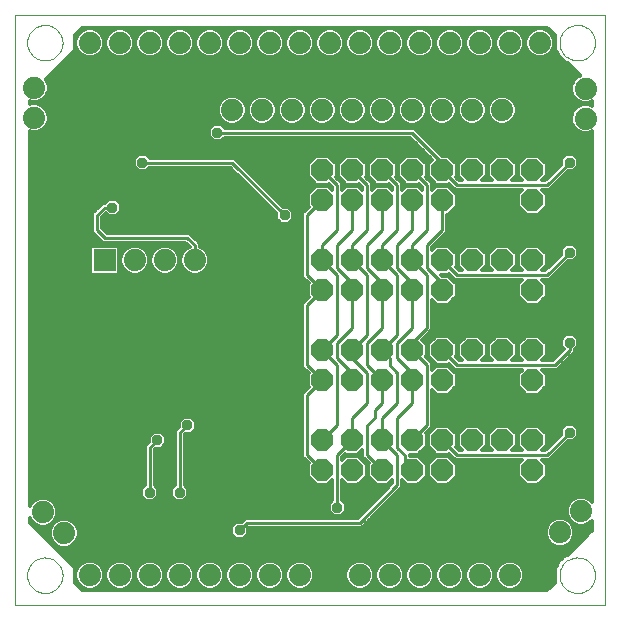
<source format=gbl>
G75*
%MOIN*%
%OFA0B0*%
%FSLAX24Y24*%
%IPPOS*%
%LPD*%
%AMOC8*
5,1,8,0,0,1.08239X$1,22.5*
%
%ADD10C,0.0000*%
%ADD11C,0.0740*%
%ADD12OC8,0.0740*%
%ADD13R,0.0740X0.0740*%
%ADD14OC8,0.0356*%
%ADD15C,0.0100*%
%ADD16C,0.0120*%
D10*
X000728Y000100D02*
X000728Y019785D01*
X020413Y019785D01*
X020413Y000100D01*
X000728Y000100D01*
X001137Y001100D02*
X001139Y001148D01*
X001145Y001196D01*
X001155Y001243D01*
X001168Y001289D01*
X001186Y001334D01*
X001206Y001378D01*
X001231Y001420D01*
X001259Y001459D01*
X001289Y001496D01*
X001323Y001530D01*
X001360Y001562D01*
X001398Y001591D01*
X001439Y001616D01*
X001482Y001638D01*
X001527Y001656D01*
X001573Y001670D01*
X001620Y001681D01*
X001668Y001688D01*
X001716Y001691D01*
X001764Y001690D01*
X001812Y001685D01*
X001860Y001676D01*
X001906Y001664D01*
X001951Y001647D01*
X001995Y001627D01*
X002037Y001604D01*
X002077Y001577D01*
X002115Y001547D01*
X002150Y001514D01*
X002182Y001478D01*
X002212Y001440D01*
X002238Y001399D01*
X002260Y001356D01*
X002280Y001312D01*
X002295Y001267D01*
X002307Y001220D01*
X002315Y001172D01*
X002319Y001124D01*
X002319Y001076D01*
X002315Y001028D01*
X002307Y000980D01*
X002295Y000933D01*
X002280Y000888D01*
X002260Y000844D01*
X002238Y000801D01*
X002212Y000760D01*
X002182Y000722D01*
X002150Y000686D01*
X002115Y000653D01*
X002077Y000623D01*
X002037Y000596D01*
X001995Y000573D01*
X001951Y000553D01*
X001906Y000536D01*
X001860Y000524D01*
X001812Y000515D01*
X001764Y000510D01*
X001716Y000509D01*
X001668Y000512D01*
X001620Y000519D01*
X001573Y000530D01*
X001527Y000544D01*
X001482Y000562D01*
X001439Y000584D01*
X001398Y000609D01*
X001360Y000638D01*
X001323Y000670D01*
X001289Y000704D01*
X001259Y000741D01*
X001231Y000780D01*
X001206Y000822D01*
X001186Y000866D01*
X001168Y000911D01*
X001155Y000957D01*
X001145Y001004D01*
X001139Y001052D01*
X001137Y001100D01*
X001137Y018850D02*
X001139Y018898D01*
X001145Y018946D01*
X001155Y018993D01*
X001168Y019039D01*
X001186Y019084D01*
X001206Y019128D01*
X001231Y019170D01*
X001259Y019209D01*
X001289Y019246D01*
X001323Y019280D01*
X001360Y019312D01*
X001398Y019341D01*
X001439Y019366D01*
X001482Y019388D01*
X001527Y019406D01*
X001573Y019420D01*
X001620Y019431D01*
X001668Y019438D01*
X001716Y019441D01*
X001764Y019440D01*
X001812Y019435D01*
X001860Y019426D01*
X001906Y019414D01*
X001951Y019397D01*
X001995Y019377D01*
X002037Y019354D01*
X002077Y019327D01*
X002115Y019297D01*
X002150Y019264D01*
X002182Y019228D01*
X002212Y019190D01*
X002238Y019149D01*
X002260Y019106D01*
X002280Y019062D01*
X002295Y019017D01*
X002307Y018970D01*
X002315Y018922D01*
X002319Y018874D01*
X002319Y018826D01*
X002315Y018778D01*
X002307Y018730D01*
X002295Y018683D01*
X002280Y018638D01*
X002260Y018594D01*
X002238Y018551D01*
X002212Y018510D01*
X002182Y018472D01*
X002150Y018436D01*
X002115Y018403D01*
X002077Y018373D01*
X002037Y018346D01*
X001995Y018323D01*
X001951Y018303D01*
X001906Y018286D01*
X001860Y018274D01*
X001812Y018265D01*
X001764Y018260D01*
X001716Y018259D01*
X001668Y018262D01*
X001620Y018269D01*
X001573Y018280D01*
X001527Y018294D01*
X001482Y018312D01*
X001439Y018334D01*
X001398Y018359D01*
X001360Y018388D01*
X001323Y018420D01*
X001289Y018454D01*
X001259Y018491D01*
X001231Y018530D01*
X001206Y018572D01*
X001186Y018616D01*
X001168Y018661D01*
X001155Y018707D01*
X001145Y018754D01*
X001139Y018802D01*
X001137Y018850D01*
X018887Y018850D02*
X018889Y018898D01*
X018895Y018946D01*
X018905Y018993D01*
X018918Y019039D01*
X018936Y019084D01*
X018956Y019128D01*
X018981Y019170D01*
X019009Y019209D01*
X019039Y019246D01*
X019073Y019280D01*
X019110Y019312D01*
X019148Y019341D01*
X019189Y019366D01*
X019232Y019388D01*
X019277Y019406D01*
X019323Y019420D01*
X019370Y019431D01*
X019418Y019438D01*
X019466Y019441D01*
X019514Y019440D01*
X019562Y019435D01*
X019610Y019426D01*
X019656Y019414D01*
X019701Y019397D01*
X019745Y019377D01*
X019787Y019354D01*
X019827Y019327D01*
X019865Y019297D01*
X019900Y019264D01*
X019932Y019228D01*
X019962Y019190D01*
X019988Y019149D01*
X020010Y019106D01*
X020030Y019062D01*
X020045Y019017D01*
X020057Y018970D01*
X020065Y018922D01*
X020069Y018874D01*
X020069Y018826D01*
X020065Y018778D01*
X020057Y018730D01*
X020045Y018683D01*
X020030Y018638D01*
X020010Y018594D01*
X019988Y018551D01*
X019962Y018510D01*
X019932Y018472D01*
X019900Y018436D01*
X019865Y018403D01*
X019827Y018373D01*
X019787Y018346D01*
X019745Y018323D01*
X019701Y018303D01*
X019656Y018286D01*
X019610Y018274D01*
X019562Y018265D01*
X019514Y018260D01*
X019466Y018259D01*
X019418Y018262D01*
X019370Y018269D01*
X019323Y018280D01*
X019277Y018294D01*
X019232Y018312D01*
X019189Y018334D01*
X019148Y018359D01*
X019110Y018388D01*
X019073Y018420D01*
X019039Y018454D01*
X019009Y018491D01*
X018981Y018530D01*
X018956Y018572D01*
X018936Y018616D01*
X018918Y018661D01*
X018905Y018707D01*
X018895Y018754D01*
X018889Y018802D01*
X018887Y018850D01*
X018887Y001100D02*
X018889Y001148D01*
X018895Y001196D01*
X018905Y001243D01*
X018918Y001289D01*
X018936Y001334D01*
X018956Y001378D01*
X018981Y001420D01*
X019009Y001459D01*
X019039Y001496D01*
X019073Y001530D01*
X019110Y001562D01*
X019148Y001591D01*
X019189Y001616D01*
X019232Y001638D01*
X019277Y001656D01*
X019323Y001670D01*
X019370Y001681D01*
X019418Y001688D01*
X019466Y001691D01*
X019514Y001690D01*
X019562Y001685D01*
X019610Y001676D01*
X019656Y001664D01*
X019701Y001647D01*
X019745Y001627D01*
X019787Y001604D01*
X019827Y001577D01*
X019865Y001547D01*
X019900Y001514D01*
X019932Y001478D01*
X019962Y001440D01*
X019988Y001399D01*
X020010Y001356D01*
X020030Y001312D01*
X020045Y001267D01*
X020057Y001220D01*
X020065Y001172D01*
X020069Y001124D01*
X020069Y001076D01*
X020065Y001028D01*
X020057Y000980D01*
X020045Y000933D01*
X020030Y000888D01*
X020010Y000844D01*
X019988Y000801D01*
X019962Y000760D01*
X019932Y000722D01*
X019900Y000686D01*
X019865Y000653D01*
X019827Y000623D01*
X019787Y000596D01*
X019745Y000573D01*
X019701Y000553D01*
X019656Y000536D01*
X019610Y000524D01*
X019562Y000515D01*
X019514Y000510D01*
X019466Y000509D01*
X019418Y000512D01*
X019370Y000519D01*
X019323Y000530D01*
X019277Y000544D01*
X019232Y000562D01*
X019189Y000584D01*
X019148Y000609D01*
X019110Y000638D01*
X019073Y000670D01*
X019039Y000704D01*
X019009Y000741D01*
X018981Y000780D01*
X018956Y000822D01*
X018936Y000866D01*
X018918Y000911D01*
X018905Y000957D01*
X018895Y001004D01*
X018889Y001052D01*
X018887Y001100D01*
D11*
X018228Y001100D03*
X017228Y001100D03*
X016228Y001100D03*
X015228Y001100D03*
X014228Y001100D03*
X013228Y001100D03*
X012228Y001100D03*
X011228Y001100D03*
X010228Y001100D03*
X009228Y001100D03*
X008228Y001100D03*
X007228Y001100D03*
X006228Y001100D03*
X005228Y001100D03*
X004228Y001100D03*
X003228Y001100D03*
X002374Y002496D03*
X001667Y003204D03*
X004728Y011600D03*
X005728Y011600D03*
X006728Y011600D03*
X007978Y016600D03*
X008978Y016600D03*
X009978Y016600D03*
X010978Y016600D03*
X011978Y016600D03*
X012978Y016600D03*
X013978Y016600D03*
X014978Y016600D03*
X015978Y016600D03*
X016978Y016600D03*
X017228Y018850D03*
X016228Y018850D03*
X015228Y018850D03*
X014228Y018850D03*
X013228Y018850D03*
X012228Y018850D03*
X011228Y018850D03*
X010228Y018850D03*
X009228Y018850D03*
X008228Y018850D03*
X007228Y018850D03*
X006228Y018850D03*
X005228Y018850D03*
X004228Y018850D03*
X003228Y018850D03*
X001374Y017350D03*
X001374Y016350D03*
X018228Y018850D03*
X019758Y017320D03*
X019758Y016320D03*
X019611Y003234D03*
X018904Y002527D03*
D12*
X017978Y004600D03*
X017978Y005600D03*
X016978Y005600D03*
X016978Y004600D03*
X015978Y004600D03*
X014978Y004600D03*
X014978Y005600D03*
X015978Y005600D03*
X013978Y005600D03*
X013978Y004600D03*
X012978Y004600D03*
X012978Y005600D03*
X011978Y005600D03*
X011978Y004600D03*
X010978Y004600D03*
X010978Y005600D03*
X010978Y007600D03*
X011978Y007600D03*
X012978Y007600D03*
X013978Y007600D03*
X014978Y007600D03*
X015978Y007600D03*
X016978Y007600D03*
X017978Y007600D03*
X017978Y008600D03*
X016978Y008600D03*
X015978Y008600D03*
X014978Y008600D03*
X013978Y008600D03*
X012978Y008600D03*
X011978Y008600D03*
X010978Y008600D03*
X010978Y010600D03*
X011978Y010600D03*
X012978Y010600D03*
X013978Y010600D03*
X014978Y010600D03*
X015978Y010600D03*
X016978Y010600D03*
X017978Y010600D03*
X017978Y011600D03*
X016978Y011600D03*
X015978Y011600D03*
X014978Y011600D03*
X013978Y011600D03*
X012978Y011600D03*
X011978Y011600D03*
X010978Y011600D03*
X010978Y013600D03*
X011978Y013600D03*
X012978Y013600D03*
X013978Y013600D03*
X014978Y013600D03*
X015978Y013600D03*
X016978Y013600D03*
X017978Y013600D03*
X017978Y014600D03*
X016978Y014600D03*
X015978Y014600D03*
X014978Y014600D03*
X013978Y014600D03*
X012978Y014600D03*
X011978Y014600D03*
X010978Y014600D03*
D13*
X003728Y011600D03*
D14*
X003978Y012850D03*
X003978Y013350D03*
X004978Y014850D03*
X007478Y015850D03*
X006978Y017725D03*
X009728Y013100D03*
X002853Y006600D03*
X005478Y005600D03*
X006478Y006100D03*
X006228Y003850D03*
X005228Y003850D03*
X008228Y002600D03*
X011478Y003350D03*
X019228Y005850D03*
X019228Y008850D03*
X019228Y011850D03*
X019228Y014850D03*
D15*
X018478Y014100D01*
X015478Y014100D01*
X014978Y014600D01*
X014978Y014850D01*
X013978Y015850D01*
X007478Y015850D01*
X007978Y014850D02*
X009728Y013100D01*
X010478Y013100D02*
X010978Y013600D01*
X011478Y014100D02*
X010978Y014600D01*
X011478Y014100D02*
X011478Y012600D01*
X010978Y012100D01*
X010978Y011600D01*
X011478Y011100D01*
X011478Y009100D01*
X010978Y008600D01*
X011478Y008100D01*
X011478Y006100D01*
X010978Y005600D01*
X011478Y005100D02*
X011978Y005600D01*
X011978Y006350D01*
X012478Y006850D01*
X012478Y007850D01*
X011978Y008350D01*
X011978Y008600D01*
X012478Y009100D01*
X012478Y011100D01*
X011978Y011600D01*
X011978Y012100D01*
X012478Y012600D01*
X012478Y014100D01*
X011978Y014600D01*
X012978Y014600D02*
X013478Y014100D01*
X013478Y012600D01*
X012978Y012100D01*
X012978Y011600D01*
X013478Y011100D01*
X013478Y009100D01*
X012978Y008600D01*
X013228Y008350D01*
X013228Y008100D01*
X013478Y007850D01*
X013478Y006850D01*
X012978Y006350D01*
X012978Y005600D01*
X013478Y005100D01*
X013478Y004100D01*
X012228Y002850D01*
X008478Y002850D01*
X008228Y002600D01*
X006228Y003850D02*
X006228Y005850D01*
X006478Y006100D01*
X005478Y005600D02*
X005228Y005350D01*
X005228Y003850D01*
X010478Y005100D02*
X010478Y007100D01*
X010978Y007600D01*
X010478Y008100D01*
X010478Y010100D01*
X010978Y010600D01*
X010478Y011100D01*
X010478Y013100D01*
X011478Y012100D02*
X011978Y012600D01*
X011978Y013600D01*
X012978Y013600D02*
X012978Y012600D01*
X012478Y012100D01*
X012478Y011350D01*
X012978Y010850D01*
X012978Y010600D01*
X012978Y009350D01*
X012478Y008850D01*
X012478Y008100D01*
X012978Y007600D01*
X012978Y006850D01*
X012728Y006600D01*
X012728Y006350D01*
X012478Y006100D01*
X012478Y005100D01*
X012978Y004600D01*
X013728Y004850D02*
X013978Y004600D01*
X013728Y004850D02*
X013728Y005100D01*
X013478Y005350D01*
X013478Y006350D01*
X013978Y006850D01*
X013978Y007600D01*
X013978Y007850D01*
X013478Y008350D01*
X013478Y008850D01*
X013978Y009350D01*
X013978Y010600D01*
X013978Y010850D01*
X013478Y011350D01*
X013478Y012100D01*
X013978Y012600D01*
X013978Y013600D01*
X014478Y014100D02*
X013978Y014600D01*
X014478Y014100D02*
X014478Y012600D01*
X013978Y012100D01*
X013978Y011600D01*
X014478Y011100D01*
X014478Y009350D01*
X013978Y008850D01*
X013978Y008600D01*
X014478Y008100D01*
X014478Y006100D01*
X013978Y005600D01*
X014978Y005600D02*
X015478Y005100D01*
X018478Y005100D01*
X019228Y005850D01*
X018728Y008100D02*
X015478Y008100D01*
X014978Y008600D01*
X014978Y010600D02*
X014978Y010850D01*
X014478Y011350D01*
X014478Y012100D01*
X014978Y012600D01*
X014978Y013600D01*
X014978Y011600D02*
X015478Y011100D01*
X018478Y011100D01*
X019228Y011850D01*
X019228Y008850D02*
X019228Y008600D01*
X018728Y008100D01*
X011978Y007850D02*
X011978Y007600D01*
X011978Y007850D02*
X011478Y008350D01*
X011478Y008850D01*
X011978Y009350D01*
X011978Y010600D01*
X011978Y010850D01*
X011478Y011350D01*
X011478Y012100D01*
X007978Y014850D02*
X004978Y014850D01*
X003978Y013350D02*
X003728Y013350D01*
X003478Y013100D01*
X003478Y012600D01*
X003728Y012350D01*
X006478Y012350D01*
X006728Y012100D01*
X006728Y011600D01*
X004228Y012850D02*
X003978Y012850D01*
X010478Y005100D02*
X010978Y004600D01*
X011478Y005100D02*
X011478Y003350D01*
D16*
X011257Y003537D02*
X002013Y003537D01*
X002074Y003475D02*
X001939Y003610D01*
X001762Y003684D01*
X001571Y003684D01*
X001395Y003610D01*
X001260Y003475D01*
X001228Y003397D01*
X001228Y015891D01*
X001279Y015870D01*
X001469Y015870D01*
X001646Y015943D01*
X001781Y016078D01*
X001854Y016255D01*
X001854Y016445D01*
X001781Y016622D01*
X001646Y016757D01*
X001469Y016830D01*
X001279Y016830D01*
X001228Y016809D01*
X001228Y016891D01*
X001279Y016870D01*
X001469Y016870D01*
X001646Y016943D01*
X001781Y017078D01*
X001854Y017255D01*
X001854Y017445D01*
X001781Y017622D01*
X001765Y017638D01*
X002728Y018600D01*
X002728Y019100D01*
X002978Y019350D01*
X018478Y019350D01*
X018728Y019100D01*
X018728Y019001D01*
X018727Y018999D01*
X018727Y018701D01*
X018728Y018699D01*
X018728Y018600D01*
X018798Y018530D01*
X018841Y018425D01*
X019052Y018214D01*
X019157Y018170D01*
X019567Y017760D01*
X019486Y017727D01*
X019351Y017592D01*
X019278Y017415D01*
X019278Y017224D01*
X019351Y017048D01*
X019486Y016913D01*
X019662Y016840D01*
X019853Y016840D01*
X019978Y016891D01*
X019978Y016748D01*
X019853Y016800D01*
X019662Y016800D01*
X019486Y016727D01*
X019351Y016592D01*
X019278Y016415D01*
X019278Y016224D01*
X019351Y016048D01*
X019486Y015913D01*
X019662Y015840D01*
X019853Y015840D01*
X019978Y015891D01*
X019978Y003547D01*
X019883Y003641D01*
X019707Y003714D01*
X019516Y003714D01*
X019340Y003641D01*
X019205Y003506D01*
X019131Y003329D01*
X019131Y003138D01*
X019205Y002962D01*
X019340Y002827D01*
X019516Y002754D01*
X019707Y002754D01*
X019883Y002827D01*
X019978Y002921D01*
X019978Y002600D01*
X019157Y001780D01*
X019052Y001736D01*
X018841Y001525D01*
X018798Y001420D01*
X018728Y001350D01*
X018728Y001251D01*
X018727Y001249D01*
X018727Y000951D01*
X018728Y000949D01*
X018728Y000850D01*
X018478Y000600D01*
X002978Y000600D01*
X002728Y000850D01*
X002728Y001350D01*
X001228Y002850D01*
X001228Y003010D01*
X001260Y002932D01*
X001395Y002797D01*
X001571Y002724D01*
X001762Y002724D01*
X001939Y002797D01*
X002074Y002932D01*
X002147Y003108D01*
X002147Y003299D01*
X002074Y003475D01*
X002098Y003418D02*
X011189Y003418D01*
X011189Y003469D02*
X011189Y003231D01*
X011358Y003062D01*
X011597Y003062D01*
X011766Y003231D01*
X011766Y003469D01*
X011638Y003597D01*
X011638Y004261D01*
X011779Y004120D01*
X012176Y004120D01*
X012458Y004401D01*
X012458Y004799D01*
X012176Y005080D01*
X011779Y005080D01*
X011638Y004939D01*
X011638Y005034D01*
X011751Y005147D01*
X011779Y005120D01*
X012176Y005120D01*
X012318Y005261D01*
X012318Y005034D01*
X012411Y004940D01*
X012525Y004826D01*
X012498Y004799D01*
X012498Y004401D01*
X012779Y004120D01*
X013176Y004120D01*
X013318Y004261D01*
X013318Y004166D01*
X012161Y003010D01*
X008411Y003010D01*
X008289Y002888D01*
X008108Y002888D01*
X007939Y002719D01*
X007939Y002481D01*
X008108Y002312D01*
X008347Y002312D01*
X008516Y002481D01*
X008516Y002662D01*
X008544Y002690D01*
X012294Y002690D01*
X012388Y002784D01*
X013638Y004034D01*
X013638Y004261D01*
X013779Y004120D01*
X014176Y004120D01*
X014458Y004401D01*
X014458Y004799D01*
X014176Y005080D01*
X013888Y005080D01*
X013888Y005120D01*
X014176Y005120D01*
X014458Y005401D01*
X014458Y005799D01*
X014430Y005826D01*
X014544Y005940D01*
X014638Y006034D01*
X014638Y007261D01*
X014779Y007120D01*
X015176Y007120D01*
X015458Y007401D01*
X015458Y007799D01*
X015176Y008080D01*
X014779Y008080D01*
X014638Y007939D01*
X014638Y008166D01*
X014430Y008374D01*
X014458Y008401D01*
X014458Y008799D01*
X014305Y008951D01*
X014544Y009190D01*
X014638Y009284D01*
X014638Y010261D01*
X014779Y010120D01*
X015176Y010120D01*
X015458Y010401D01*
X015458Y010799D01*
X015176Y011080D01*
X014974Y011080D01*
X014934Y011120D01*
X015176Y011120D01*
X015204Y011147D01*
X015318Y011034D01*
X015411Y010940D01*
X017639Y010940D01*
X017498Y010799D01*
X017498Y010401D01*
X017779Y010120D01*
X018176Y010120D01*
X018458Y010401D01*
X018458Y010799D01*
X018316Y010940D01*
X018544Y010940D01*
X019166Y011562D01*
X019347Y011562D01*
X019516Y011731D01*
X019516Y011969D01*
X019347Y012138D01*
X019108Y012138D01*
X018939Y011969D01*
X018939Y011788D01*
X018411Y011260D01*
X018316Y011260D01*
X018458Y011401D01*
X018458Y011799D01*
X018176Y012080D01*
X017779Y012080D01*
X017498Y011799D01*
X017498Y011401D01*
X017639Y011260D01*
X017316Y011260D01*
X017458Y011401D01*
X017458Y011799D01*
X017176Y012080D01*
X016779Y012080D01*
X016498Y011799D01*
X016498Y011401D01*
X016639Y011260D01*
X016316Y011260D01*
X016458Y011401D01*
X016458Y011799D01*
X016176Y012080D01*
X015779Y012080D01*
X015498Y011799D01*
X015498Y011401D01*
X015639Y011260D01*
X015544Y011260D01*
X015430Y011374D01*
X015458Y011401D01*
X015458Y011799D01*
X015176Y012080D01*
X014779Y012080D01*
X014638Y011939D01*
X014638Y012034D01*
X015044Y012440D01*
X015138Y012534D01*
X015138Y013120D01*
X015176Y013120D01*
X015458Y013401D01*
X015458Y013799D01*
X015176Y014080D01*
X014779Y014080D01*
X014638Y013939D01*
X014638Y014166D01*
X014430Y014374D01*
X014458Y014401D01*
X014458Y014799D01*
X014176Y015080D01*
X013779Y015080D01*
X013498Y014799D01*
X013498Y014401D01*
X013779Y014120D01*
X014176Y014120D01*
X014204Y014147D01*
X014318Y014034D01*
X014318Y013939D01*
X014176Y014080D01*
X013779Y014080D01*
X013638Y013939D01*
X013638Y014166D01*
X013430Y014374D01*
X013458Y014401D01*
X013458Y014799D01*
X013176Y015080D01*
X012779Y015080D01*
X012498Y014799D01*
X012498Y014401D01*
X012779Y014120D01*
X013176Y014120D01*
X013204Y014147D01*
X013318Y014034D01*
X013318Y013939D01*
X013176Y014080D01*
X012779Y014080D01*
X012638Y013939D01*
X012638Y014166D01*
X012430Y014374D01*
X012458Y014401D01*
X012458Y014799D01*
X012176Y015080D01*
X011779Y015080D01*
X011498Y014799D01*
X011498Y014401D01*
X011779Y014120D01*
X012176Y014120D01*
X012204Y014147D01*
X012318Y014034D01*
X012318Y013939D01*
X012176Y014080D01*
X011779Y014080D01*
X011638Y013939D01*
X011638Y014166D01*
X011430Y014374D01*
X011458Y014401D01*
X011458Y014799D01*
X011176Y015080D01*
X010779Y015080D01*
X010498Y014799D01*
X010498Y014401D01*
X010779Y014120D01*
X011176Y014120D01*
X011204Y014147D01*
X011318Y014034D01*
X011318Y013939D01*
X011176Y014080D01*
X010779Y014080D01*
X010498Y013799D01*
X010498Y013401D01*
X010525Y013374D01*
X010318Y013166D01*
X010318Y011034D01*
X010411Y010940D01*
X010525Y010826D01*
X010498Y010799D01*
X010498Y010401D01*
X010525Y010374D01*
X010318Y010166D01*
X010318Y008034D01*
X010411Y007940D01*
X010525Y007826D01*
X010498Y007799D01*
X010498Y007401D01*
X010525Y007374D01*
X010318Y007166D01*
X010318Y005034D01*
X010411Y004940D01*
X010525Y004826D01*
X010498Y004799D01*
X010498Y004401D01*
X010779Y004120D01*
X011176Y004120D01*
X011318Y004261D01*
X011318Y003597D01*
X011189Y003469D01*
X011189Y003300D02*
X002147Y003300D01*
X002147Y003181D02*
X011239Y003181D01*
X011358Y003063D02*
X002128Y003063D01*
X002079Y002944D02*
X002200Y002944D01*
X002279Y002976D02*
X002102Y002903D01*
X001967Y002768D01*
X001894Y002592D01*
X001894Y002401D01*
X001967Y002225D01*
X002102Y002090D01*
X002279Y002016D01*
X002469Y002016D01*
X002646Y002090D01*
X002781Y002225D01*
X002854Y002401D01*
X002854Y002592D01*
X002781Y002768D01*
X002646Y002903D01*
X002469Y002976D01*
X002279Y002976D01*
X002548Y002944D02*
X008345Y002944D01*
X008046Y002826D02*
X002724Y002826D01*
X002806Y002707D02*
X007939Y002707D01*
X007939Y002589D02*
X002854Y002589D01*
X002854Y002470D02*
X007950Y002470D01*
X008069Y002352D02*
X002834Y002352D01*
X002784Y002233D02*
X018519Y002233D01*
X018497Y002255D02*
X018632Y002120D01*
X018809Y002047D01*
X019000Y002047D01*
X019176Y002120D01*
X019311Y002255D01*
X019384Y002431D01*
X019384Y002622D01*
X019311Y002799D01*
X019176Y002934D01*
X019000Y003007D01*
X018809Y003007D01*
X018632Y002934D01*
X018497Y002799D01*
X018424Y002622D01*
X018424Y002431D01*
X018497Y002255D01*
X018457Y002352D02*
X008387Y002352D01*
X008505Y002470D02*
X018424Y002470D01*
X018424Y002589D02*
X008516Y002589D01*
X008323Y001580D02*
X008132Y001580D01*
X007956Y001507D01*
X007821Y001372D01*
X007748Y001195D01*
X007748Y001005D01*
X007821Y000828D01*
X007956Y000693D01*
X008132Y000620D01*
X008323Y000620D01*
X008499Y000693D01*
X008634Y000828D01*
X008708Y001005D01*
X008708Y001195D01*
X008634Y001372D01*
X008499Y001507D01*
X008323Y001580D01*
X008463Y001522D02*
X008992Y001522D01*
X008956Y001507D02*
X008821Y001372D01*
X008748Y001195D01*
X008748Y001005D01*
X008821Y000828D01*
X008956Y000693D01*
X009132Y000620D01*
X009323Y000620D01*
X009499Y000693D01*
X009634Y000828D01*
X009708Y001005D01*
X009708Y001195D01*
X009634Y001372D01*
X009499Y001507D01*
X009323Y001580D01*
X009132Y001580D01*
X008956Y001507D01*
X008852Y001404D02*
X008603Y001404D01*
X008670Y001285D02*
X008785Y001285D01*
X008748Y001167D02*
X008708Y001167D01*
X008708Y001048D02*
X008748Y001048D01*
X008779Y000930D02*
X008676Y000930D01*
X008617Y000811D02*
X008838Y000811D01*
X008957Y000693D02*
X008498Y000693D01*
X007957Y000693D02*
X007498Y000693D01*
X007499Y000693D02*
X007634Y000828D01*
X007708Y001005D01*
X007708Y001195D01*
X007634Y001372D01*
X007499Y001507D01*
X007323Y001580D01*
X007132Y001580D01*
X006956Y001507D01*
X006821Y001372D01*
X006748Y001195D01*
X006748Y001005D01*
X006821Y000828D01*
X006956Y000693D01*
X007132Y000620D01*
X007323Y000620D01*
X007499Y000693D01*
X007617Y000811D02*
X007838Y000811D01*
X007779Y000930D02*
X007676Y000930D01*
X007708Y001048D02*
X007748Y001048D01*
X007748Y001167D02*
X007708Y001167D01*
X007670Y001285D02*
X007785Y001285D01*
X007852Y001404D02*
X007603Y001404D01*
X007463Y001522D02*
X007992Y001522D01*
X006992Y001522D02*
X006463Y001522D01*
X006499Y001507D02*
X006323Y001580D01*
X006132Y001580D01*
X005956Y001507D01*
X005821Y001372D01*
X005748Y001195D01*
X005748Y001005D01*
X005821Y000828D01*
X005956Y000693D01*
X006132Y000620D01*
X006323Y000620D01*
X006499Y000693D01*
X006634Y000828D01*
X006708Y001005D01*
X006708Y001195D01*
X006634Y001372D01*
X006499Y001507D01*
X006603Y001404D02*
X006852Y001404D01*
X006785Y001285D02*
X006670Y001285D01*
X006708Y001167D02*
X006748Y001167D01*
X006748Y001048D02*
X006708Y001048D01*
X006676Y000930D02*
X006779Y000930D01*
X006838Y000811D02*
X006617Y000811D01*
X006498Y000693D02*
X006957Y000693D01*
X005957Y000693D02*
X005498Y000693D01*
X005499Y000693D02*
X005634Y000828D01*
X005708Y001005D01*
X005708Y001195D01*
X005634Y001372D01*
X005499Y001507D01*
X005323Y001580D01*
X005132Y001580D01*
X004956Y001507D01*
X004821Y001372D01*
X004748Y001195D01*
X004748Y001005D01*
X004821Y000828D01*
X004956Y000693D01*
X005132Y000620D01*
X005323Y000620D01*
X005499Y000693D01*
X005617Y000811D02*
X005838Y000811D01*
X005779Y000930D02*
X005676Y000930D01*
X005708Y001048D02*
X005748Y001048D01*
X005748Y001167D02*
X005708Y001167D01*
X005670Y001285D02*
X005785Y001285D01*
X005852Y001404D02*
X005603Y001404D01*
X005463Y001522D02*
X005992Y001522D01*
X004992Y001522D02*
X004463Y001522D01*
X004499Y001507D02*
X004323Y001580D01*
X004132Y001580D01*
X003956Y001507D01*
X003821Y001372D01*
X003748Y001195D01*
X003748Y001005D01*
X003821Y000828D01*
X003956Y000693D01*
X004132Y000620D01*
X004323Y000620D01*
X004499Y000693D01*
X004634Y000828D01*
X004708Y001005D01*
X004708Y001195D01*
X004634Y001372D01*
X004499Y001507D01*
X004603Y001404D02*
X004852Y001404D01*
X004785Y001285D02*
X004670Y001285D01*
X004708Y001167D02*
X004748Y001167D01*
X004748Y001048D02*
X004708Y001048D01*
X004676Y000930D02*
X004779Y000930D01*
X004838Y000811D02*
X004617Y000811D01*
X004498Y000693D02*
X004957Y000693D01*
X003957Y000693D02*
X003498Y000693D01*
X003499Y000693D02*
X003634Y000828D01*
X003708Y001005D01*
X003708Y001195D01*
X003634Y001372D01*
X003499Y001507D01*
X003323Y001580D01*
X003132Y001580D01*
X002956Y001507D01*
X002821Y001372D01*
X002748Y001195D01*
X002748Y001005D01*
X002821Y000828D01*
X002956Y000693D01*
X003132Y000620D01*
X003323Y000620D01*
X003499Y000693D01*
X003617Y000811D02*
X003838Y000811D01*
X003779Y000930D02*
X003676Y000930D01*
X003708Y001048D02*
X003748Y001048D01*
X003748Y001167D02*
X003708Y001167D01*
X003670Y001285D02*
X003785Y001285D01*
X003852Y001404D02*
X003603Y001404D01*
X003463Y001522D02*
X003992Y001522D01*
X002992Y001522D02*
X002556Y001522D01*
X002674Y001404D02*
X002852Y001404D01*
X002785Y001285D02*
X002728Y001285D01*
X002728Y001167D02*
X002748Y001167D01*
X002748Y001048D02*
X002728Y001048D01*
X002728Y000930D02*
X002779Y000930D01*
X002767Y000811D02*
X002838Y000811D01*
X002885Y000693D02*
X002957Y000693D01*
X002437Y001641D02*
X018957Y001641D01*
X018840Y001522D02*
X017463Y001522D01*
X017499Y001507D02*
X017323Y001580D01*
X017132Y001580D01*
X016956Y001507D01*
X016821Y001372D01*
X016748Y001195D01*
X016748Y001005D01*
X016821Y000828D01*
X016956Y000693D01*
X017132Y000620D01*
X017323Y000620D01*
X017499Y000693D01*
X017634Y000828D01*
X017708Y001005D01*
X017708Y001195D01*
X017634Y001372D01*
X017499Y001507D01*
X017603Y001404D02*
X018781Y001404D01*
X018728Y001285D02*
X017670Y001285D01*
X017708Y001167D02*
X018727Y001167D01*
X018727Y001048D02*
X017708Y001048D01*
X017676Y000930D02*
X018728Y000930D01*
X018689Y000811D02*
X017617Y000811D01*
X017498Y000693D02*
X018570Y000693D01*
X019107Y001759D02*
X002319Y001759D01*
X002200Y001878D02*
X019255Y001878D01*
X019374Y001996D02*
X002082Y001996D01*
X002077Y002115D02*
X001963Y002115D01*
X001964Y002233D02*
X001845Y002233D01*
X001914Y002352D02*
X001726Y002352D01*
X001608Y002470D02*
X001894Y002470D01*
X001894Y002589D02*
X001489Y002589D01*
X001371Y002707D02*
X001942Y002707D01*
X001968Y002826D02*
X002024Y002826D01*
X001366Y002826D02*
X001252Y002826D01*
X001255Y002944D02*
X001228Y002944D01*
X001228Y003418D02*
X001236Y003418D01*
X001228Y003537D02*
X001321Y003537D01*
X001228Y003655D02*
X001502Y003655D01*
X001831Y003655D02*
X005015Y003655D01*
X004939Y003731D02*
X005108Y003562D01*
X005347Y003562D01*
X005516Y003731D01*
X005516Y003969D01*
X005388Y004097D01*
X005388Y005284D01*
X005416Y005312D01*
X005597Y005312D01*
X005766Y005481D01*
X005766Y005719D01*
X005597Y005888D01*
X005358Y005888D01*
X005189Y005719D01*
X005189Y005538D01*
X005068Y005416D01*
X005068Y004097D01*
X004939Y003969D01*
X004939Y003731D01*
X004939Y003774D02*
X001228Y003774D01*
X001228Y003892D02*
X004939Y003892D01*
X004981Y004011D02*
X001228Y004011D01*
X001228Y004129D02*
X005068Y004129D01*
X005068Y004248D02*
X001228Y004248D01*
X001228Y004366D02*
X005068Y004366D01*
X005068Y004485D02*
X001228Y004485D01*
X001228Y004603D02*
X005068Y004603D01*
X005068Y004722D02*
X001228Y004722D01*
X001228Y004840D02*
X005068Y004840D01*
X005068Y004959D02*
X001228Y004959D01*
X001228Y005077D02*
X005068Y005077D01*
X005068Y005196D02*
X001228Y005196D01*
X001228Y005314D02*
X005068Y005314D01*
X005084Y005433D02*
X001228Y005433D01*
X001228Y005551D02*
X005189Y005551D01*
X005189Y005670D02*
X001228Y005670D01*
X001228Y005788D02*
X005258Y005788D01*
X005697Y005788D02*
X006068Y005788D01*
X006068Y005670D02*
X005766Y005670D01*
X005766Y005551D02*
X006068Y005551D01*
X006068Y005433D02*
X005718Y005433D01*
X005599Y005314D02*
X006068Y005314D01*
X006068Y005196D02*
X005388Y005196D01*
X005388Y005077D02*
X006068Y005077D01*
X006068Y004959D02*
X005388Y004959D01*
X005388Y004840D02*
X006068Y004840D01*
X006068Y004722D02*
X005388Y004722D01*
X005388Y004603D02*
X006068Y004603D01*
X006068Y004485D02*
X005388Y004485D01*
X005388Y004366D02*
X006068Y004366D01*
X006068Y004248D02*
X005388Y004248D01*
X005388Y004129D02*
X006068Y004129D01*
X006068Y004097D02*
X005939Y003969D01*
X005939Y003731D01*
X006108Y003562D01*
X006347Y003562D01*
X006516Y003731D01*
X006516Y003969D01*
X006388Y004097D01*
X006388Y005784D01*
X006416Y005812D01*
X006597Y005812D01*
X006766Y005981D01*
X006766Y006219D01*
X006597Y006388D01*
X006358Y006388D01*
X006189Y006219D01*
X006189Y006038D01*
X006068Y005916D01*
X006068Y004097D01*
X005981Y004011D02*
X005474Y004011D01*
X005516Y003892D02*
X005939Y003892D01*
X005939Y003774D02*
X005516Y003774D01*
X005440Y003655D02*
X006015Y003655D01*
X006440Y003655D02*
X011318Y003655D01*
X011318Y003774D02*
X006516Y003774D01*
X006516Y003892D02*
X011318Y003892D01*
X011318Y004011D02*
X006474Y004011D01*
X006388Y004129D02*
X010770Y004129D01*
X010651Y004248D02*
X006388Y004248D01*
X006388Y004366D02*
X010533Y004366D01*
X010498Y004485D02*
X006388Y004485D01*
X006388Y004603D02*
X010498Y004603D01*
X010498Y004722D02*
X006388Y004722D01*
X006388Y004840D02*
X010511Y004840D01*
X010393Y004959D02*
X006388Y004959D01*
X006388Y005077D02*
X010318Y005077D01*
X010318Y005196D02*
X006388Y005196D01*
X006388Y005314D02*
X010318Y005314D01*
X010318Y005433D02*
X006388Y005433D01*
X006388Y005551D02*
X010318Y005551D01*
X010318Y005670D02*
X006388Y005670D01*
X006392Y005788D02*
X010318Y005788D01*
X010318Y005907D02*
X006692Y005907D01*
X006766Y006025D02*
X010318Y006025D01*
X010318Y006144D02*
X006766Y006144D01*
X006723Y006262D02*
X010318Y006262D01*
X010318Y006381D02*
X006604Y006381D01*
X006351Y006381D02*
X001228Y006381D01*
X001228Y006499D02*
X010318Y006499D01*
X010318Y006618D02*
X001228Y006618D01*
X001228Y006736D02*
X010318Y006736D01*
X010318Y006855D02*
X001228Y006855D01*
X001228Y006973D02*
X010318Y006973D01*
X010318Y007092D02*
X001228Y007092D01*
X001228Y007210D02*
X010361Y007210D01*
X010480Y007329D02*
X001228Y007329D01*
X001228Y007447D02*
X010498Y007447D01*
X010498Y007566D02*
X001228Y007566D01*
X001228Y007684D02*
X010498Y007684D01*
X010501Y007803D02*
X001228Y007803D01*
X001228Y007921D02*
X010430Y007921D01*
X010318Y008040D02*
X001228Y008040D01*
X001228Y008158D02*
X010318Y008158D01*
X010318Y008277D02*
X001228Y008277D01*
X001228Y008395D02*
X010318Y008395D01*
X010318Y008514D02*
X001228Y008514D01*
X001228Y008632D02*
X010318Y008632D01*
X010318Y008751D02*
X001228Y008751D01*
X001228Y008869D02*
X010318Y008869D01*
X010318Y008988D02*
X001228Y008988D01*
X001228Y009106D02*
X010318Y009106D01*
X010318Y009225D02*
X001228Y009225D01*
X001228Y009343D02*
X010318Y009343D01*
X010318Y009462D02*
X001228Y009462D01*
X001228Y009580D02*
X010318Y009580D01*
X010318Y009699D02*
X001228Y009699D01*
X001228Y009817D02*
X010318Y009817D01*
X010318Y009936D02*
X001228Y009936D01*
X001228Y010054D02*
X010318Y010054D01*
X010324Y010173D02*
X001228Y010173D01*
X001228Y010291D02*
X010442Y010291D01*
X010498Y010410D02*
X001228Y010410D01*
X001228Y010528D02*
X010498Y010528D01*
X010498Y010647D02*
X001228Y010647D01*
X001228Y010765D02*
X010498Y010765D01*
X010468Y010884D02*
X001228Y010884D01*
X001228Y011002D02*
X010349Y011002D01*
X010318Y011121D02*
X006824Y011121D01*
X006823Y011120D02*
X006999Y011193D01*
X007134Y011328D01*
X007208Y011505D01*
X007208Y011695D01*
X007134Y011872D01*
X006999Y012007D01*
X006888Y012053D01*
X006888Y012166D01*
X006794Y012260D01*
X006544Y012510D01*
X003794Y012510D01*
X003638Y012666D01*
X003638Y013034D01*
X003762Y013158D01*
X003858Y013062D01*
X004097Y013062D01*
X004266Y013231D01*
X004266Y013469D01*
X004097Y013638D01*
X003858Y013638D01*
X003730Y013510D01*
X003661Y013510D01*
X003411Y013260D01*
X003318Y013166D01*
X003318Y012534D01*
X003568Y012284D01*
X003661Y012190D01*
X006411Y012190D01*
X006554Y012048D01*
X006456Y012007D01*
X006321Y011872D01*
X006248Y011695D01*
X006248Y011505D01*
X006321Y011328D01*
X006456Y011193D01*
X006632Y011120D01*
X006823Y011120D01*
X006631Y011121D02*
X005824Y011121D01*
X005823Y011120D02*
X005999Y011193D01*
X006134Y011328D01*
X006208Y011505D01*
X006208Y011695D01*
X006134Y011872D01*
X005999Y012007D01*
X005823Y012080D01*
X005632Y012080D01*
X005456Y012007D01*
X005321Y011872D01*
X005248Y011695D01*
X005248Y011505D01*
X005321Y011328D01*
X005456Y011193D01*
X005632Y011120D01*
X005823Y011120D01*
X005631Y011121D02*
X004824Y011121D01*
X004823Y011120D02*
X004999Y011193D01*
X005134Y011328D01*
X005208Y011505D01*
X005208Y011695D01*
X005134Y011872D01*
X004999Y012007D01*
X004823Y012080D01*
X004632Y012080D01*
X004456Y012007D01*
X004321Y011872D01*
X004248Y011695D01*
X004248Y011505D01*
X004321Y011328D01*
X004456Y011193D01*
X004632Y011120D01*
X004823Y011120D01*
X004631Y011121D02*
X004144Y011121D01*
X004143Y011120D02*
X004208Y011184D01*
X004208Y012016D01*
X004143Y012080D01*
X003312Y012080D01*
X003248Y012016D01*
X003248Y011184D01*
X003312Y011120D01*
X004143Y011120D01*
X004208Y011239D02*
X004410Y011239D01*
X004308Y011358D02*
X004208Y011358D01*
X004208Y011476D02*
X004259Y011476D01*
X004248Y011595D02*
X004208Y011595D01*
X004208Y011713D02*
X004255Y011713D01*
X004208Y011832D02*
X004304Y011832D01*
X004399Y011950D02*
X004208Y011950D01*
X004155Y012069D02*
X004604Y012069D01*
X004851Y012069D02*
X005604Y012069D01*
X005399Y011950D02*
X005056Y011950D01*
X005151Y011832D02*
X005304Y011832D01*
X005255Y011713D02*
X005200Y011713D01*
X005208Y011595D02*
X005248Y011595D01*
X005259Y011476D02*
X005196Y011476D01*
X005147Y011358D02*
X005308Y011358D01*
X005410Y011239D02*
X005045Y011239D01*
X005851Y012069D02*
X006533Y012069D01*
X006414Y012187D02*
X001228Y012187D01*
X001228Y012069D02*
X003301Y012069D01*
X003248Y011950D02*
X001228Y011950D01*
X001228Y011832D02*
X003248Y011832D01*
X003248Y011713D02*
X001228Y011713D01*
X001228Y011595D02*
X003248Y011595D01*
X003248Y011476D02*
X001228Y011476D01*
X001228Y011358D02*
X003248Y011358D01*
X003248Y011239D02*
X001228Y011239D01*
X001228Y011121D02*
X003311Y011121D01*
X003546Y012306D02*
X001228Y012306D01*
X001228Y012424D02*
X003427Y012424D01*
X003318Y012543D02*
X001228Y012543D01*
X001228Y012661D02*
X003318Y012661D01*
X003318Y012780D02*
X001228Y012780D01*
X001228Y012898D02*
X003318Y012898D01*
X003318Y013017D02*
X001228Y013017D01*
X001228Y013135D02*
X003318Y013135D01*
X003405Y013254D02*
X001228Y013254D01*
X001228Y013372D02*
X003523Y013372D01*
X003642Y013491D02*
X001228Y013491D01*
X001228Y013609D02*
X003829Y013609D01*
X004126Y013609D02*
X008992Y013609D01*
X008874Y013728D02*
X001228Y013728D01*
X001228Y013846D02*
X008755Y013846D01*
X008637Y013965D02*
X001228Y013965D01*
X001228Y014083D02*
X008518Y014083D01*
X008400Y014202D02*
X001228Y014202D01*
X001228Y014320D02*
X008281Y014320D01*
X008163Y014439D02*
X001228Y014439D01*
X001228Y014557D02*
X008044Y014557D01*
X007926Y014676D02*
X005211Y014676D01*
X005225Y014690D02*
X007911Y014690D01*
X009439Y013162D01*
X009439Y012981D01*
X009608Y012812D01*
X009847Y012812D01*
X010016Y012981D01*
X010016Y013219D01*
X009847Y013388D01*
X009666Y013388D01*
X008044Y015010D01*
X005225Y015010D01*
X005097Y015138D01*
X004858Y015138D01*
X004689Y014969D01*
X004689Y014731D01*
X004858Y014562D01*
X005097Y014562D01*
X005225Y014690D01*
X005204Y015031D02*
X010730Y015031D01*
X010611Y014913D02*
X008141Y014913D01*
X008260Y014794D02*
X010498Y014794D01*
X010498Y014676D02*
X008378Y014676D01*
X008497Y014557D02*
X010498Y014557D01*
X010498Y014439D02*
X008615Y014439D01*
X008734Y014320D02*
X010579Y014320D01*
X010697Y014202D02*
X008852Y014202D01*
X008971Y014083D02*
X011268Y014083D01*
X011292Y013965D02*
X011318Y013965D01*
X011638Y013965D02*
X011663Y013965D01*
X011638Y014083D02*
X012268Y014083D01*
X012292Y013965D02*
X012318Y013965D01*
X012638Y013965D02*
X012663Y013965D01*
X012638Y014083D02*
X013268Y014083D01*
X013292Y013965D02*
X013318Y013965D01*
X013638Y013965D02*
X013663Y013965D01*
X013638Y014083D02*
X014268Y014083D01*
X014292Y013965D02*
X014318Y013965D01*
X014638Y013965D02*
X014663Y013965D01*
X014638Y014083D02*
X015268Y014083D01*
X015318Y014034D02*
X015411Y013940D01*
X017639Y013940D01*
X017498Y013799D01*
X017498Y013401D01*
X017779Y013120D01*
X018176Y013120D01*
X018458Y013401D01*
X018458Y013799D01*
X018316Y013940D01*
X018544Y013940D01*
X019166Y014562D01*
X019347Y014562D01*
X019516Y014731D01*
X019516Y014969D01*
X019347Y015138D01*
X019108Y015138D01*
X018939Y014969D01*
X018939Y014788D01*
X018411Y014260D01*
X018316Y014260D01*
X018458Y014401D01*
X018458Y014799D01*
X018176Y015080D01*
X017779Y015080D01*
X017498Y014799D01*
X017498Y014401D01*
X017639Y014260D01*
X017316Y014260D01*
X017458Y014401D01*
X017458Y014799D01*
X017176Y015080D01*
X016779Y015080D01*
X016498Y014799D01*
X016498Y014401D01*
X016639Y014260D01*
X016316Y014260D01*
X016458Y014401D01*
X016458Y014799D01*
X016176Y015080D01*
X015779Y015080D01*
X015498Y014799D01*
X015498Y014401D01*
X015639Y014260D01*
X015544Y014260D01*
X015430Y014374D01*
X015458Y014401D01*
X015458Y014799D01*
X015176Y015080D01*
X014974Y015080D01*
X014138Y015916D01*
X014044Y016010D01*
X007725Y016010D01*
X007597Y016138D01*
X007358Y016138D01*
X007189Y015969D01*
X007189Y015731D01*
X007358Y015562D01*
X007597Y015562D01*
X007725Y015690D01*
X013911Y015690D01*
X014650Y014951D01*
X014498Y014799D01*
X014498Y014401D01*
X014779Y014120D01*
X015176Y014120D01*
X015204Y014147D01*
X015318Y014034D01*
X015292Y013965D02*
X015387Y013965D01*
X015410Y013846D02*
X017545Y013846D01*
X017498Y013728D02*
X015458Y013728D01*
X015458Y013609D02*
X017498Y013609D01*
X017498Y013491D02*
X015458Y013491D01*
X015428Y013372D02*
X017527Y013372D01*
X017645Y013254D02*
X015310Y013254D01*
X015191Y013135D02*
X017764Y013135D01*
X018191Y013135D02*
X019978Y013135D01*
X019978Y013017D02*
X015138Y013017D01*
X015138Y012898D02*
X019978Y012898D01*
X019978Y012780D02*
X015138Y012780D01*
X015138Y012661D02*
X019978Y012661D01*
X019978Y012543D02*
X015138Y012543D01*
X015028Y012424D02*
X019978Y012424D01*
X019978Y012306D02*
X014909Y012306D01*
X014791Y012187D02*
X019978Y012187D01*
X019978Y012069D02*
X019416Y012069D01*
X019516Y011950D02*
X019978Y011950D01*
X019978Y011832D02*
X019516Y011832D01*
X019498Y011713D02*
X019978Y011713D01*
X019978Y011595D02*
X019380Y011595D01*
X019080Y011476D02*
X019978Y011476D01*
X019978Y011358D02*
X018961Y011358D01*
X018843Y011239D02*
X019978Y011239D01*
X019978Y011121D02*
X018724Y011121D01*
X018606Y011002D02*
X019978Y011002D01*
X019978Y010884D02*
X018373Y010884D01*
X018458Y010765D02*
X019978Y010765D01*
X019978Y010647D02*
X018458Y010647D01*
X018458Y010528D02*
X019978Y010528D01*
X019978Y010410D02*
X018458Y010410D01*
X018347Y010291D02*
X019978Y010291D01*
X019978Y010173D02*
X018229Y010173D01*
X017726Y010173D02*
X015229Y010173D01*
X015347Y010291D02*
X017608Y010291D01*
X017498Y010410D02*
X015458Y010410D01*
X015458Y010528D02*
X017498Y010528D01*
X017498Y010647D02*
X015458Y010647D01*
X015458Y010765D02*
X017498Y010765D01*
X017582Y010884D02*
X015373Y010884D01*
X015349Y011002D02*
X015254Y011002D01*
X015231Y011121D02*
X015177Y011121D01*
X015446Y011358D02*
X015541Y011358D01*
X015498Y011476D02*
X015458Y011476D01*
X015458Y011595D02*
X015498Y011595D01*
X015498Y011713D02*
X015458Y011713D01*
X015425Y011832D02*
X015530Y011832D01*
X015649Y011950D02*
X015306Y011950D01*
X015188Y012069D02*
X015767Y012069D01*
X016188Y012069D02*
X016767Y012069D01*
X016649Y011950D02*
X016306Y011950D01*
X016425Y011832D02*
X016530Y011832D01*
X016498Y011713D02*
X016458Y011713D01*
X016458Y011595D02*
X016498Y011595D01*
X016498Y011476D02*
X016458Y011476D01*
X016414Y011358D02*
X016541Y011358D01*
X017188Y012069D02*
X017767Y012069D01*
X017649Y011950D02*
X017306Y011950D01*
X017425Y011832D02*
X017530Y011832D01*
X017498Y011713D02*
X017458Y011713D01*
X017458Y011595D02*
X017498Y011595D01*
X017498Y011476D02*
X017458Y011476D01*
X017414Y011358D02*
X017541Y011358D01*
X018188Y012069D02*
X019039Y012069D01*
X018939Y011950D02*
X018306Y011950D01*
X018425Y011832D02*
X018939Y011832D01*
X018864Y011713D02*
X018458Y011713D01*
X018458Y011595D02*
X018746Y011595D01*
X018627Y011476D02*
X018458Y011476D01*
X018414Y011358D02*
X018509Y011358D01*
X019978Y010054D02*
X014638Y010054D01*
X014638Y009936D02*
X019978Y009936D01*
X019978Y009817D02*
X014638Y009817D01*
X014638Y009699D02*
X019978Y009699D01*
X019978Y009580D02*
X014638Y009580D01*
X014638Y009462D02*
X019978Y009462D01*
X019978Y009343D02*
X014638Y009343D01*
X014578Y009225D02*
X019978Y009225D01*
X019978Y009106D02*
X019379Y009106D01*
X019347Y009138D02*
X019108Y009138D01*
X018939Y008969D01*
X018939Y008731D01*
X019036Y008634D01*
X018661Y008260D01*
X018316Y008260D01*
X018458Y008401D01*
X018458Y008799D01*
X018176Y009080D01*
X017779Y009080D01*
X017498Y008799D01*
X017498Y008401D01*
X017639Y008260D01*
X017316Y008260D01*
X017458Y008401D01*
X017458Y008799D01*
X017176Y009080D01*
X016779Y009080D01*
X016498Y008799D01*
X016498Y008401D01*
X016639Y008260D01*
X016316Y008260D01*
X016458Y008401D01*
X016458Y008799D01*
X016176Y009080D01*
X015779Y009080D01*
X015498Y008799D01*
X015498Y008401D01*
X015639Y008260D01*
X015544Y008260D01*
X015430Y008374D01*
X015458Y008401D01*
X015458Y008799D01*
X015176Y009080D01*
X014779Y009080D01*
X014498Y008799D01*
X014498Y008401D01*
X014779Y008120D01*
X015176Y008120D01*
X015204Y008147D01*
X015411Y007940D01*
X017639Y007940D01*
X017498Y007799D01*
X017498Y007401D01*
X017779Y007120D01*
X018176Y007120D01*
X018458Y007401D01*
X018458Y007799D01*
X018316Y007940D01*
X018794Y007940D01*
X019388Y008534D01*
X019388Y008603D01*
X019516Y008731D01*
X019516Y008969D01*
X019347Y009138D01*
X019497Y008988D02*
X019978Y008988D01*
X019978Y008869D02*
X019516Y008869D01*
X019516Y008751D02*
X019978Y008751D01*
X019978Y008632D02*
X019417Y008632D01*
X019367Y008514D02*
X019978Y008514D01*
X019978Y008395D02*
X019249Y008395D01*
X019130Y008277D02*
X019978Y008277D01*
X019978Y008158D02*
X019012Y008158D01*
X018893Y008040D02*
X019978Y008040D01*
X019978Y007921D02*
X018335Y007921D01*
X018454Y007803D02*
X019978Y007803D01*
X019978Y007684D02*
X018458Y007684D01*
X018458Y007566D02*
X019978Y007566D01*
X019978Y007447D02*
X018458Y007447D01*
X018385Y007329D02*
X019978Y007329D01*
X019978Y007210D02*
X018266Y007210D01*
X017689Y007210D02*
X015266Y007210D01*
X015385Y007329D02*
X017570Y007329D01*
X017498Y007447D02*
X015458Y007447D01*
X015458Y007566D02*
X017498Y007566D01*
X017498Y007684D02*
X015458Y007684D01*
X015454Y007803D02*
X017501Y007803D01*
X017620Y007921D02*
X015335Y007921D01*
X015312Y008040D02*
X015217Y008040D01*
X015527Y008277D02*
X015622Y008277D01*
X015504Y008395D02*
X015451Y008395D01*
X015458Y008514D02*
X015498Y008514D01*
X015498Y008632D02*
X015458Y008632D01*
X015458Y008751D02*
X015498Y008751D01*
X015568Y008869D02*
X015387Y008869D01*
X015269Y008988D02*
X015686Y008988D01*
X016269Y008988D02*
X016686Y008988D01*
X016568Y008869D02*
X016387Y008869D01*
X016458Y008751D02*
X016498Y008751D01*
X016498Y008632D02*
X016458Y008632D01*
X016458Y008514D02*
X016498Y008514D01*
X016504Y008395D02*
X016451Y008395D01*
X016333Y008277D02*
X016622Y008277D01*
X017333Y008277D02*
X017622Y008277D01*
X017504Y008395D02*
X017451Y008395D01*
X017458Y008514D02*
X017498Y008514D01*
X017498Y008632D02*
X017458Y008632D01*
X017458Y008751D02*
X017498Y008751D01*
X017568Y008869D02*
X017387Y008869D01*
X017269Y008988D02*
X017686Y008988D01*
X018269Y008988D02*
X018958Y008988D01*
X018939Y008869D02*
X018387Y008869D01*
X018458Y008751D02*
X018939Y008751D01*
X019033Y008632D02*
X018458Y008632D01*
X018458Y008514D02*
X018915Y008514D01*
X018796Y008395D02*
X018451Y008395D01*
X018333Y008277D02*
X018678Y008277D01*
X019076Y009106D02*
X014460Y009106D01*
X014341Y008988D02*
X014686Y008988D01*
X014568Y008869D02*
X014387Y008869D01*
X014458Y008751D02*
X014498Y008751D01*
X014498Y008632D02*
X014458Y008632D01*
X014458Y008514D02*
X014498Y008514D01*
X014504Y008395D02*
X014451Y008395D01*
X014527Y008277D02*
X014622Y008277D01*
X014638Y008158D02*
X014741Y008158D01*
X014738Y008040D02*
X014638Y008040D01*
X014638Y007210D02*
X014689Y007210D01*
X014638Y007092D02*
X019978Y007092D01*
X019978Y006973D02*
X014638Y006973D01*
X014638Y006855D02*
X019978Y006855D01*
X019978Y006736D02*
X014638Y006736D01*
X014638Y006618D02*
X019978Y006618D01*
X019978Y006499D02*
X014638Y006499D01*
X014638Y006381D02*
X019978Y006381D01*
X019978Y006262D02*
X014638Y006262D01*
X014638Y006144D02*
X019978Y006144D01*
X019978Y006025D02*
X019460Y006025D01*
X019516Y005969D02*
X019347Y006138D01*
X019108Y006138D01*
X018939Y005969D01*
X018939Y005788D01*
X018458Y005788D01*
X018458Y005799D02*
X018176Y006080D01*
X017779Y006080D01*
X017498Y005799D01*
X017498Y005401D01*
X017639Y005260D01*
X017316Y005260D01*
X017458Y005401D01*
X017458Y005799D01*
X017176Y006080D01*
X016779Y006080D01*
X016498Y005799D01*
X016498Y005401D01*
X016639Y005260D01*
X016316Y005260D01*
X016458Y005401D01*
X016458Y005799D01*
X016176Y006080D01*
X015779Y006080D01*
X015498Y005799D01*
X015498Y005401D01*
X015639Y005260D01*
X015544Y005260D01*
X015430Y005374D01*
X015458Y005401D01*
X015458Y005799D01*
X015176Y006080D01*
X014779Y006080D01*
X014498Y005799D01*
X014498Y005401D01*
X014779Y005120D01*
X015176Y005120D01*
X015204Y005147D01*
X015318Y005034D01*
X015411Y004940D01*
X017639Y004940D01*
X017498Y004799D01*
X017498Y004401D01*
X017779Y004120D01*
X018176Y004120D01*
X018458Y004401D01*
X018458Y004799D01*
X018316Y004940D01*
X018544Y004940D01*
X019166Y005562D01*
X019347Y005562D01*
X019516Y005731D01*
X019516Y005969D01*
X019516Y005907D02*
X019978Y005907D01*
X019978Y005788D02*
X019516Y005788D01*
X019455Y005670D02*
X019978Y005670D01*
X019978Y005551D02*
X019155Y005551D01*
X019036Y005433D02*
X019978Y005433D01*
X019978Y005314D02*
X018918Y005314D01*
X018799Y005196D02*
X019978Y005196D01*
X019978Y005077D02*
X018681Y005077D01*
X018562Y004959D02*
X019978Y004959D01*
X019978Y004840D02*
X018416Y004840D01*
X018458Y004722D02*
X019978Y004722D01*
X019978Y004603D02*
X018458Y004603D01*
X018458Y004485D02*
X019978Y004485D01*
X019978Y004366D02*
X018422Y004366D01*
X018304Y004248D02*
X019978Y004248D01*
X019978Y004129D02*
X018185Y004129D01*
X017770Y004129D02*
X015185Y004129D01*
X015176Y004120D02*
X015458Y004401D01*
X015458Y004799D01*
X015176Y005080D01*
X014779Y005080D01*
X014498Y004799D01*
X014498Y004401D01*
X014779Y004120D01*
X015176Y004120D01*
X015304Y004248D02*
X017651Y004248D01*
X017533Y004366D02*
X015422Y004366D01*
X015458Y004485D02*
X017498Y004485D01*
X017498Y004603D02*
X015458Y004603D01*
X015458Y004722D02*
X017498Y004722D01*
X017539Y004840D02*
X015416Y004840D01*
X015393Y004959D02*
X015298Y004959D01*
X015274Y005077D02*
X015179Y005077D01*
X014776Y005077D02*
X014179Y005077D01*
X014252Y005196D02*
X014703Y005196D01*
X014585Y005314D02*
X014370Y005314D01*
X014458Y005433D02*
X014498Y005433D01*
X014498Y005551D02*
X014458Y005551D01*
X014458Y005670D02*
X014498Y005670D01*
X014498Y005788D02*
X014458Y005788D01*
X014510Y005907D02*
X014605Y005907D01*
X014629Y006025D02*
X014724Y006025D01*
X015231Y006025D02*
X015724Y006025D01*
X015605Y005907D02*
X015350Y005907D01*
X015458Y005788D02*
X015498Y005788D01*
X015498Y005670D02*
X015458Y005670D01*
X015458Y005551D02*
X015498Y005551D01*
X015498Y005433D02*
X015458Y005433D01*
X015490Y005314D02*
X015585Y005314D01*
X016370Y005314D02*
X016585Y005314D01*
X016498Y005433D02*
X016458Y005433D01*
X016458Y005551D02*
X016498Y005551D01*
X016498Y005670D02*
X016458Y005670D01*
X016458Y005788D02*
X016498Y005788D01*
X016605Y005907D02*
X016350Y005907D01*
X016231Y006025D02*
X016724Y006025D01*
X017231Y006025D02*
X017724Y006025D01*
X017605Y005907D02*
X017350Y005907D01*
X017458Y005788D02*
X017498Y005788D01*
X017498Y005670D02*
X017458Y005670D01*
X017458Y005551D02*
X017498Y005551D01*
X017498Y005433D02*
X017458Y005433D01*
X017370Y005314D02*
X017585Y005314D01*
X018316Y005260D02*
X018458Y005401D01*
X018458Y005799D01*
X018458Y005670D02*
X018821Y005670D01*
X018939Y005788D02*
X018411Y005260D01*
X018316Y005260D01*
X018370Y005314D02*
X018465Y005314D01*
X018458Y005433D02*
X018584Y005433D01*
X018702Y005551D02*
X018458Y005551D01*
X018350Y005907D02*
X018939Y005907D01*
X018995Y006025D02*
X018231Y006025D01*
X019978Y004011D02*
X013614Y004011D01*
X013638Y004129D02*
X013770Y004129D01*
X013651Y004248D02*
X013638Y004248D01*
X013318Y004248D02*
X013304Y004248D01*
X013280Y004129D02*
X013185Y004129D01*
X013162Y004011D02*
X011638Y004011D01*
X011638Y004129D02*
X011770Y004129D01*
X011651Y004248D02*
X011638Y004248D01*
X011318Y004248D02*
X011304Y004248D01*
X011318Y004129D02*
X011185Y004129D01*
X011638Y003892D02*
X013043Y003892D01*
X012925Y003774D02*
X011638Y003774D01*
X011638Y003655D02*
X012806Y003655D01*
X012688Y003537D02*
X011698Y003537D01*
X011766Y003418D02*
X012569Y003418D01*
X012451Y003300D02*
X011766Y003300D01*
X011716Y003181D02*
X012332Y003181D01*
X012214Y003063D02*
X011598Y003063D01*
X012311Y002707D02*
X018459Y002707D01*
X018524Y002826D02*
X012429Y002826D01*
X012548Y002944D02*
X018657Y002944D01*
X019151Y002944D02*
X019222Y002944D01*
X019163Y003063D02*
X012666Y003063D01*
X012785Y003181D02*
X019131Y003181D01*
X019131Y003300D02*
X012903Y003300D01*
X013022Y003418D02*
X019168Y003418D01*
X019235Y003537D02*
X013140Y003537D01*
X013259Y003655D02*
X019374Y003655D01*
X019849Y003655D02*
X019978Y003655D01*
X019978Y003774D02*
X013377Y003774D01*
X013496Y003892D02*
X019978Y003892D01*
X019978Y002826D02*
X019880Y002826D01*
X019978Y002707D02*
X019349Y002707D01*
X019343Y002826D02*
X019284Y002826D01*
X019384Y002589D02*
X019966Y002589D01*
X019848Y002470D02*
X019384Y002470D01*
X019351Y002352D02*
X019729Y002352D01*
X019611Y002233D02*
X019289Y002233D01*
X019163Y002115D02*
X019492Y002115D01*
X018645Y002115D02*
X002671Y002115D01*
X001228Y005907D02*
X006068Y005907D01*
X006176Y006025D02*
X001228Y006025D01*
X001228Y006144D02*
X006189Y006144D01*
X006232Y006262D02*
X001228Y006262D01*
X006045Y011239D02*
X006410Y011239D01*
X006308Y011358D02*
X006147Y011358D01*
X006196Y011476D02*
X006259Y011476D01*
X006248Y011595D02*
X006208Y011595D01*
X006200Y011713D02*
X006255Y011713D01*
X006304Y011832D02*
X006151Y011832D01*
X006056Y011950D02*
X006399Y011950D01*
X006748Y012306D02*
X010318Y012306D01*
X010318Y012424D02*
X006630Y012424D01*
X006867Y012187D02*
X010318Y012187D01*
X010318Y012069D02*
X006888Y012069D01*
X007056Y011950D02*
X010318Y011950D01*
X010318Y011832D02*
X007151Y011832D01*
X007200Y011713D02*
X010318Y011713D01*
X010318Y011595D02*
X007208Y011595D01*
X007196Y011476D02*
X010318Y011476D01*
X010318Y011358D02*
X007147Y011358D01*
X007045Y011239D02*
X010318Y011239D01*
X010318Y012543D02*
X003761Y012543D01*
X003643Y012661D02*
X010318Y012661D01*
X010318Y012780D02*
X003638Y012780D01*
X003638Y012898D02*
X009522Y012898D01*
X009439Y013017D02*
X003638Y013017D01*
X003739Y013135D02*
X003785Y013135D01*
X004170Y013135D02*
X009439Y013135D01*
X009348Y013254D02*
X004266Y013254D01*
X004266Y013372D02*
X009229Y013372D01*
X009111Y013491D02*
X004244Y013491D01*
X004745Y014676D02*
X001228Y014676D01*
X001228Y014794D02*
X004689Y014794D01*
X004689Y014913D02*
X001228Y014913D01*
X001228Y015031D02*
X004751Y015031D01*
X007189Y015742D02*
X001228Y015742D01*
X001228Y015624D02*
X007297Y015624D01*
X007189Y015861D02*
X001228Y015861D01*
X001228Y015505D02*
X014096Y015505D01*
X013978Y015624D02*
X007659Y015624D01*
X007637Y016098D02*
X019330Y016098D01*
X019281Y016216D02*
X017272Y016216D01*
X017249Y016193D02*
X017384Y016328D01*
X017458Y016505D01*
X017458Y016695D01*
X017384Y016872D01*
X017249Y017007D01*
X017073Y017080D01*
X016882Y017080D01*
X016706Y017007D01*
X016571Y016872D01*
X016498Y016695D01*
X016498Y016505D01*
X016571Y016328D01*
X016706Y016193D01*
X016882Y016120D01*
X017073Y016120D01*
X017249Y016193D01*
X017387Y016335D02*
X019278Y016335D01*
X019294Y016453D02*
X017436Y016453D01*
X017458Y016572D02*
X019343Y016572D01*
X019449Y016690D02*
X017458Y016690D01*
X017411Y016809D02*
X019978Y016809D01*
X019472Y016927D02*
X017329Y016927D01*
X017156Y017046D02*
X019353Y017046D01*
X019303Y017164D02*
X001817Y017164D01*
X001854Y017283D02*
X019278Y017283D01*
X019278Y017401D02*
X001854Y017401D01*
X001823Y017520D02*
X019321Y017520D01*
X019397Y017638D02*
X001766Y017638D01*
X001884Y017757D02*
X019558Y017757D01*
X019453Y017875D02*
X002003Y017875D01*
X002121Y017994D02*
X019334Y017994D01*
X019216Y018112D02*
X002240Y018112D01*
X002358Y018231D02*
X019036Y018231D01*
X018917Y018349D02*
X002477Y018349D01*
X002595Y018468D02*
X002931Y018468D01*
X002956Y018443D02*
X003132Y018370D01*
X003323Y018370D01*
X003499Y018443D01*
X003634Y018578D01*
X003708Y018755D01*
X003708Y018945D01*
X003634Y019122D01*
X003499Y019257D01*
X003323Y019330D01*
X003132Y019330D01*
X002956Y019257D01*
X002821Y019122D01*
X002748Y018945D01*
X002748Y018755D01*
X002821Y018578D01*
X002956Y018443D01*
X002817Y018586D02*
X002714Y018586D01*
X002728Y018705D02*
X002768Y018705D01*
X002748Y018823D02*
X002728Y018823D01*
X002728Y018942D02*
X002748Y018942D01*
X002728Y019060D02*
X002795Y019060D01*
X002806Y019179D02*
X002877Y019179D01*
X002925Y019297D02*
X003053Y019297D01*
X003403Y019297D02*
X004053Y019297D01*
X004132Y019330D02*
X003956Y019257D01*
X003821Y019122D01*
X003748Y018945D01*
X003748Y018755D01*
X003821Y018578D01*
X003956Y018443D01*
X004132Y018370D01*
X004323Y018370D01*
X004499Y018443D01*
X004634Y018578D01*
X004708Y018755D01*
X004708Y018945D01*
X004634Y019122D01*
X004499Y019257D01*
X004323Y019330D01*
X004132Y019330D01*
X004403Y019297D02*
X005053Y019297D01*
X005132Y019330D02*
X004956Y019257D01*
X004821Y019122D01*
X004748Y018945D01*
X004748Y018755D01*
X004821Y018578D01*
X004956Y018443D01*
X005132Y018370D01*
X005323Y018370D01*
X005499Y018443D01*
X005634Y018578D01*
X005708Y018755D01*
X005708Y018945D01*
X005634Y019122D01*
X005499Y019257D01*
X005323Y019330D01*
X005132Y019330D01*
X005403Y019297D02*
X006053Y019297D01*
X006132Y019330D02*
X005956Y019257D01*
X005821Y019122D01*
X005748Y018945D01*
X005748Y018755D01*
X005821Y018578D01*
X005956Y018443D01*
X006132Y018370D01*
X006323Y018370D01*
X006499Y018443D01*
X006634Y018578D01*
X006708Y018755D01*
X006708Y018945D01*
X006634Y019122D01*
X006499Y019257D01*
X006323Y019330D01*
X006132Y019330D01*
X005877Y019179D02*
X005578Y019179D01*
X005660Y019060D02*
X005795Y019060D01*
X005748Y018942D02*
X005708Y018942D01*
X005708Y018823D02*
X005748Y018823D01*
X005768Y018705D02*
X005687Y018705D01*
X005638Y018586D02*
X005817Y018586D01*
X005931Y018468D02*
X005524Y018468D01*
X004931Y018468D02*
X004524Y018468D01*
X004638Y018586D02*
X004817Y018586D01*
X004768Y018705D02*
X004687Y018705D01*
X004708Y018823D02*
X004748Y018823D01*
X004748Y018942D02*
X004708Y018942D01*
X004660Y019060D02*
X004795Y019060D01*
X004877Y019179D02*
X004578Y019179D01*
X003877Y019179D02*
X003578Y019179D01*
X003660Y019060D02*
X003795Y019060D01*
X003748Y018942D02*
X003708Y018942D01*
X003708Y018823D02*
X003748Y018823D01*
X003768Y018705D02*
X003687Y018705D01*
X003638Y018586D02*
X003817Y018586D01*
X003931Y018468D02*
X003524Y018468D01*
X001748Y017046D02*
X007799Y017046D01*
X007882Y017080D02*
X007706Y017007D01*
X007571Y016872D01*
X007498Y016695D01*
X007498Y016505D01*
X007571Y016328D01*
X007706Y016193D01*
X007882Y016120D01*
X008073Y016120D01*
X008249Y016193D01*
X008384Y016328D01*
X008458Y016505D01*
X008458Y016695D01*
X008384Y016872D01*
X008249Y017007D01*
X008073Y017080D01*
X007882Y017080D01*
X008156Y017046D02*
X008799Y017046D01*
X008882Y017080D02*
X008706Y017007D01*
X008571Y016872D01*
X008498Y016695D01*
X008498Y016505D01*
X008571Y016328D01*
X008706Y016193D01*
X008882Y016120D01*
X009073Y016120D01*
X009249Y016193D01*
X009384Y016328D01*
X009458Y016505D01*
X009458Y016695D01*
X009384Y016872D01*
X009249Y017007D01*
X009073Y017080D01*
X008882Y017080D01*
X009156Y017046D02*
X009799Y017046D01*
X009882Y017080D02*
X009706Y017007D01*
X009571Y016872D01*
X009498Y016695D01*
X009498Y016505D01*
X009571Y016328D01*
X009706Y016193D01*
X009882Y016120D01*
X010073Y016120D01*
X010249Y016193D01*
X010384Y016328D01*
X010458Y016505D01*
X010458Y016695D01*
X010384Y016872D01*
X010249Y017007D01*
X010073Y017080D01*
X009882Y017080D01*
X010156Y017046D02*
X010799Y017046D01*
X010882Y017080D02*
X010706Y017007D01*
X010571Y016872D01*
X010498Y016695D01*
X010498Y016505D01*
X010571Y016328D01*
X010706Y016193D01*
X010882Y016120D01*
X011073Y016120D01*
X011249Y016193D01*
X011384Y016328D01*
X011458Y016505D01*
X011458Y016695D01*
X011384Y016872D01*
X011249Y017007D01*
X011073Y017080D01*
X010882Y017080D01*
X011156Y017046D02*
X011799Y017046D01*
X011882Y017080D02*
X011706Y017007D01*
X011571Y016872D01*
X011498Y016695D01*
X011498Y016505D01*
X011571Y016328D01*
X011706Y016193D01*
X011882Y016120D01*
X012073Y016120D01*
X012249Y016193D01*
X012384Y016328D01*
X012458Y016505D01*
X012458Y016695D01*
X012384Y016872D01*
X012249Y017007D01*
X012073Y017080D01*
X011882Y017080D01*
X011626Y016927D02*
X011329Y016927D01*
X011411Y016809D02*
X011544Y016809D01*
X011498Y016690D02*
X011458Y016690D01*
X011458Y016572D02*
X011498Y016572D01*
X011519Y016453D02*
X011436Y016453D01*
X011387Y016335D02*
X011568Y016335D01*
X011683Y016216D02*
X011272Y016216D01*
X010683Y016216D02*
X010272Y016216D01*
X010387Y016335D02*
X010568Y016335D01*
X010519Y016453D02*
X010436Y016453D01*
X010458Y016572D02*
X010498Y016572D01*
X010498Y016690D02*
X010458Y016690D01*
X010411Y016809D02*
X010544Y016809D01*
X010626Y016927D02*
X010329Y016927D01*
X009626Y016927D02*
X009329Y016927D01*
X009411Y016809D02*
X009544Y016809D01*
X009498Y016690D02*
X009458Y016690D01*
X009458Y016572D02*
X009498Y016572D01*
X009519Y016453D02*
X009436Y016453D01*
X009387Y016335D02*
X009568Y016335D01*
X009683Y016216D02*
X009272Y016216D01*
X008683Y016216D02*
X008272Y016216D01*
X008387Y016335D02*
X008568Y016335D01*
X008519Y016453D02*
X008436Y016453D01*
X008458Y016572D02*
X008498Y016572D01*
X008498Y016690D02*
X008458Y016690D01*
X008411Y016809D02*
X008544Y016809D01*
X008626Y016927D02*
X008329Y016927D01*
X007626Y016927D02*
X001607Y016927D01*
X001521Y016809D02*
X007544Y016809D01*
X007498Y016690D02*
X001713Y016690D01*
X001802Y016572D02*
X007498Y016572D01*
X007519Y016453D02*
X001851Y016453D01*
X001854Y016335D02*
X007568Y016335D01*
X007683Y016216D02*
X001838Y016216D01*
X001789Y016098D02*
X007318Y016098D01*
X007199Y015979D02*
X001682Y015979D01*
X001228Y015387D02*
X014215Y015387D01*
X014333Y015268D02*
X001228Y015268D01*
X001228Y015150D02*
X014452Y015150D01*
X014570Y015031D02*
X014225Y015031D01*
X014344Y014913D02*
X014611Y014913D01*
X014498Y014794D02*
X014458Y014794D01*
X014458Y014676D02*
X014498Y014676D01*
X014498Y014557D02*
X014458Y014557D01*
X014458Y014439D02*
X014498Y014439D01*
X014484Y014320D02*
X014579Y014320D01*
X014602Y014202D02*
X014697Y014202D01*
X015344Y014913D02*
X015611Y014913D01*
X015498Y014794D02*
X015458Y014794D01*
X015458Y014676D02*
X015498Y014676D01*
X015498Y014557D02*
X015458Y014557D01*
X015458Y014439D02*
X015498Y014439D01*
X015484Y014320D02*
X015579Y014320D01*
X015730Y015031D02*
X015225Y015031D01*
X014904Y015150D02*
X019978Y015150D01*
X019978Y015268D02*
X014786Y015268D01*
X014667Y015387D02*
X019978Y015387D01*
X019978Y015505D02*
X014549Y015505D01*
X014430Y015624D02*
X019978Y015624D01*
X019978Y015742D02*
X014312Y015742D01*
X014193Y015861D02*
X019612Y015861D01*
X019420Y015979D02*
X014075Y015979D01*
X014073Y016120D02*
X013882Y016120D01*
X013706Y016193D01*
X013571Y016328D01*
X013498Y016505D01*
X013498Y016695D01*
X013571Y016872D01*
X013706Y017007D01*
X013882Y017080D01*
X014073Y017080D01*
X014249Y017007D01*
X014384Y016872D01*
X014458Y016695D01*
X014458Y016505D01*
X014384Y016328D01*
X014249Y016193D01*
X014073Y016120D01*
X014272Y016216D02*
X014683Y016216D01*
X014706Y016193D02*
X014882Y016120D01*
X015073Y016120D01*
X015249Y016193D01*
X015384Y016328D01*
X015458Y016505D01*
X015458Y016695D01*
X015384Y016872D01*
X015249Y017007D01*
X015073Y017080D01*
X014882Y017080D01*
X014706Y017007D01*
X014571Y016872D01*
X014498Y016695D01*
X014498Y016505D01*
X014571Y016328D01*
X014706Y016193D01*
X014568Y016335D02*
X014387Y016335D01*
X014436Y016453D02*
X014519Y016453D01*
X014498Y016572D02*
X014458Y016572D01*
X014458Y016690D02*
X014498Y016690D01*
X014544Y016809D02*
X014411Y016809D01*
X014329Y016927D02*
X014626Y016927D01*
X014799Y017046D02*
X014156Y017046D01*
X013799Y017046D02*
X013156Y017046D01*
X013073Y017080D02*
X013249Y017007D01*
X013384Y016872D01*
X013458Y016695D01*
X013458Y016505D01*
X013384Y016328D01*
X013249Y016193D01*
X013073Y016120D01*
X012882Y016120D01*
X012706Y016193D01*
X012571Y016328D01*
X012498Y016505D01*
X012498Y016695D01*
X012571Y016872D01*
X012706Y017007D01*
X012882Y017080D01*
X013073Y017080D01*
X012799Y017046D02*
X012156Y017046D01*
X012329Y016927D02*
X012626Y016927D01*
X012544Y016809D02*
X012411Y016809D01*
X012458Y016690D02*
X012498Y016690D01*
X012498Y016572D02*
X012458Y016572D01*
X012436Y016453D02*
X012519Y016453D01*
X012568Y016335D02*
X012387Y016335D01*
X012272Y016216D02*
X012683Y016216D01*
X013272Y016216D02*
X013683Y016216D01*
X013568Y016335D02*
X013387Y016335D01*
X013436Y016453D02*
X013519Y016453D01*
X013498Y016572D02*
X013458Y016572D01*
X013458Y016690D02*
X013498Y016690D01*
X013544Y016809D02*
X013411Y016809D01*
X013329Y016927D02*
X013626Y016927D01*
X013323Y018370D02*
X013499Y018443D01*
X013634Y018578D01*
X013708Y018755D01*
X013708Y018945D01*
X013634Y019122D01*
X013499Y019257D01*
X013323Y019330D01*
X013132Y019330D01*
X012956Y019257D01*
X012821Y019122D01*
X012748Y018945D01*
X012748Y018755D01*
X012821Y018578D01*
X012956Y018443D01*
X013132Y018370D01*
X013323Y018370D01*
X013524Y018468D02*
X013931Y018468D01*
X013956Y018443D02*
X013821Y018578D01*
X013748Y018755D01*
X013748Y018945D01*
X013821Y019122D01*
X013956Y019257D01*
X014132Y019330D01*
X014323Y019330D01*
X014499Y019257D01*
X014634Y019122D01*
X014708Y018945D01*
X014708Y018755D01*
X014634Y018578D01*
X014499Y018443D01*
X014323Y018370D01*
X014132Y018370D01*
X013956Y018443D01*
X013817Y018586D02*
X013638Y018586D01*
X013687Y018705D02*
X013768Y018705D01*
X013748Y018823D02*
X013708Y018823D01*
X013708Y018942D02*
X013748Y018942D01*
X013795Y019060D02*
X013660Y019060D01*
X013578Y019179D02*
X013877Y019179D01*
X014053Y019297D02*
X013403Y019297D01*
X013053Y019297D02*
X012403Y019297D01*
X012323Y019330D02*
X012132Y019330D01*
X011956Y019257D01*
X011821Y019122D01*
X011748Y018945D01*
X011748Y018755D01*
X011821Y018578D01*
X011956Y018443D01*
X012132Y018370D01*
X012323Y018370D01*
X012499Y018443D01*
X012634Y018578D01*
X012708Y018755D01*
X012708Y018945D01*
X012634Y019122D01*
X012499Y019257D01*
X012323Y019330D01*
X012578Y019179D02*
X012877Y019179D01*
X012795Y019060D02*
X012660Y019060D01*
X012708Y018942D02*
X012748Y018942D01*
X012748Y018823D02*
X012708Y018823D01*
X012687Y018705D02*
X012768Y018705D01*
X012817Y018586D02*
X012638Y018586D01*
X012524Y018468D02*
X012931Y018468D01*
X011931Y018468D02*
X011524Y018468D01*
X011499Y018443D02*
X011634Y018578D01*
X011708Y018755D01*
X011708Y018945D01*
X011634Y019122D01*
X011499Y019257D01*
X011323Y019330D01*
X011132Y019330D01*
X010956Y019257D01*
X010821Y019122D01*
X010748Y018945D01*
X010748Y018755D01*
X010821Y018578D01*
X010956Y018443D01*
X011132Y018370D01*
X011323Y018370D01*
X011499Y018443D01*
X011638Y018586D02*
X011817Y018586D01*
X011768Y018705D02*
X011687Y018705D01*
X011708Y018823D02*
X011748Y018823D01*
X011748Y018942D02*
X011708Y018942D01*
X011660Y019060D02*
X011795Y019060D01*
X011877Y019179D02*
X011578Y019179D01*
X011403Y019297D02*
X012053Y019297D01*
X011053Y019297D02*
X010403Y019297D01*
X010323Y019330D02*
X010132Y019330D01*
X009956Y019257D01*
X009821Y019122D01*
X009748Y018945D01*
X009748Y018755D01*
X009821Y018578D01*
X009956Y018443D01*
X010132Y018370D01*
X010323Y018370D01*
X010499Y018443D01*
X010634Y018578D01*
X010708Y018755D01*
X010708Y018945D01*
X010634Y019122D01*
X010499Y019257D01*
X010323Y019330D01*
X010053Y019297D02*
X009403Y019297D01*
X009323Y019330D02*
X009132Y019330D01*
X008956Y019257D01*
X008821Y019122D01*
X008748Y018945D01*
X008748Y018755D01*
X008821Y018578D01*
X008956Y018443D01*
X009132Y018370D01*
X009323Y018370D01*
X009499Y018443D01*
X009634Y018578D01*
X009708Y018755D01*
X009708Y018945D01*
X009634Y019122D01*
X009499Y019257D01*
X009323Y019330D01*
X009053Y019297D02*
X008403Y019297D01*
X008323Y019330D02*
X008132Y019330D01*
X007956Y019257D01*
X007821Y019122D01*
X007748Y018945D01*
X007748Y018755D01*
X007821Y018578D01*
X007956Y018443D01*
X008132Y018370D01*
X008323Y018370D01*
X008499Y018443D01*
X008634Y018578D01*
X008708Y018755D01*
X008708Y018945D01*
X008634Y019122D01*
X008499Y019257D01*
X008323Y019330D01*
X008053Y019297D02*
X007403Y019297D01*
X007323Y019330D02*
X007499Y019257D01*
X007634Y019122D01*
X007708Y018945D01*
X007708Y018755D01*
X007634Y018578D01*
X007499Y018443D01*
X007323Y018370D01*
X007132Y018370D01*
X006956Y018443D01*
X006821Y018578D01*
X006748Y018755D01*
X006748Y018945D01*
X006821Y019122D01*
X006956Y019257D01*
X007132Y019330D01*
X007323Y019330D01*
X007053Y019297D02*
X006403Y019297D01*
X006578Y019179D02*
X006877Y019179D01*
X006795Y019060D02*
X006660Y019060D01*
X006708Y018942D02*
X006748Y018942D01*
X006748Y018823D02*
X006708Y018823D01*
X006687Y018705D02*
X006768Y018705D01*
X006817Y018586D02*
X006638Y018586D01*
X006524Y018468D02*
X006931Y018468D01*
X007524Y018468D02*
X007931Y018468D01*
X007817Y018586D02*
X007638Y018586D01*
X007687Y018705D02*
X007768Y018705D01*
X007748Y018823D02*
X007708Y018823D01*
X007708Y018942D02*
X007748Y018942D01*
X007795Y019060D02*
X007660Y019060D01*
X007578Y019179D02*
X007877Y019179D01*
X008578Y019179D02*
X008877Y019179D01*
X008795Y019060D02*
X008660Y019060D01*
X008708Y018942D02*
X008748Y018942D01*
X008748Y018823D02*
X008708Y018823D01*
X008687Y018705D02*
X008768Y018705D01*
X008817Y018586D02*
X008638Y018586D01*
X008524Y018468D02*
X008931Y018468D01*
X009524Y018468D02*
X009931Y018468D01*
X009817Y018586D02*
X009638Y018586D01*
X009687Y018705D02*
X009768Y018705D01*
X009748Y018823D02*
X009708Y018823D01*
X009708Y018942D02*
X009748Y018942D01*
X009795Y019060D02*
X009660Y019060D01*
X009578Y019179D02*
X009877Y019179D01*
X010578Y019179D02*
X010877Y019179D01*
X010795Y019060D02*
X010660Y019060D01*
X010708Y018942D02*
X010748Y018942D01*
X010748Y018823D02*
X010708Y018823D01*
X010687Y018705D02*
X010768Y018705D01*
X010817Y018586D02*
X010638Y018586D01*
X010524Y018468D02*
X010931Y018468D01*
X011225Y015031D02*
X011730Y015031D01*
X011611Y014913D02*
X011344Y014913D01*
X011458Y014794D02*
X011498Y014794D01*
X011498Y014676D02*
X011458Y014676D01*
X011458Y014557D02*
X011498Y014557D01*
X011498Y014439D02*
X011458Y014439D01*
X011484Y014320D02*
X011579Y014320D01*
X011602Y014202D02*
X011697Y014202D01*
X012484Y014320D02*
X012579Y014320D01*
X012602Y014202D02*
X012697Y014202D01*
X012498Y014439D02*
X012458Y014439D01*
X012458Y014557D02*
X012498Y014557D01*
X012498Y014676D02*
X012458Y014676D01*
X012458Y014794D02*
X012498Y014794D01*
X012611Y014913D02*
X012344Y014913D01*
X012225Y015031D02*
X012730Y015031D01*
X013225Y015031D02*
X013730Y015031D01*
X013611Y014913D02*
X013344Y014913D01*
X013458Y014794D02*
X013498Y014794D01*
X013498Y014676D02*
X013458Y014676D01*
X013458Y014557D02*
X013498Y014557D01*
X013498Y014439D02*
X013458Y014439D01*
X013484Y014320D02*
X013579Y014320D01*
X013602Y014202D02*
X013697Y014202D01*
X015272Y016216D02*
X015683Y016216D01*
X015706Y016193D02*
X015882Y016120D01*
X016073Y016120D01*
X016249Y016193D01*
X016384Y016328D01*
X016458Y016505D01*
X016458Y016695D01*
X016384Y016872D01*
X016249Y017007D01*
X016073Y017080D01*
X015882Y017080D01*
X015706Y017007D01*
X015571Y016872D01*
X015498Y016695D01*
X015498Y016505D01*
X015571Y016328D01*
X015706Y016193D01*
X015568Y016335D02*
X015387Y016335D01*
X015436Y016453D02*
X015519Y016453D01*
X015498Y016572D02*
X015458Y016572D01*
X015458Y016690D02*
X015498Y016690D01*
X015544Y016809D02*
X015411Y016809D01*
X015329Y016927D02*
X015626Y016927D01*
X015799Y017046D02*
X015156Y017046D01*
X016156Y017046D02*
X016799Y017046D01*
X016626Y016927D02*
X016329Y016927D01*
X016411Y016809D02*
X016544Y016809D01*
X016498Y016690D02*
X016458Y016690D01*
X016458Y016572D02*
X016498Y016572D01*
X016519Y016453D02*
X016436Y016453D01*
X016387Y016335D02*
X016568Y016335D01*
X016683Y016216D02*
X016272Y016216D01*
X016225Y015031D02*
X016730Y015031D01*
X016611Y014913D02*
X016344Y014913D01*
X016458Y014794D02*
X016498Y014794D01*
X016498Y014676D02*
X016458Y014676D01*
X016458Y014557D02*
X016498Y014557D01*
X016498Y014439D02*
X016458Y014439D01*
X016376Y014320D02*
X016579Y014320D01*
X017225Y015031D02*
X017730Y015031D01*
X017611Y014913D02*
X017344Y014913D01*
X017458Y014794D02*
X017498Y014794D01*
X017498Y014676D02*
X017458Y014676D01*
X017458Y014557D02*
X017498Y014557D01*
X017498Y014439D02*
X017458Y014439D01*
X017376Y014320D02*
X017579Y014320D01*
X018225Y015031D02*
X019001Y015031D01*
X018939Y014913D02*
X018344Y014913D01*
X018458Y014794D02*
X018939Y014794D01*
X018827Y014676D02*
X018458Y014676D01*
X018458Y014557D02*
X018708Y014557D01*
X018590Y014439D02*
X018458Y014439D01*
X018471Y014320D02*
X018376Y014320D01*
X018687Y014083D02*
X019978Y014083D01*
X019978Y013965D02*
X018568Y013965D01*
X018410Y013846D02*
X019978Y013846D01*
X019978Y013728D02*
X018458Y013728D01*
X018458Y013609D02*
X019978Y013609D01*
X019978Y013491D02*
X018458Y013491D01*
X018428Y013372D02*
X019978Y013372D01*
X019978Y013254D02*
X018310Y013254D01*
X018805Y014202D02*
X019978Y014202D01*
X019978Y014320D02*
X018924Y014320D01*
X019042Y014439D02*
X019978Y014439D01*
X019978Y014557D02*
X019161Y014557D01*
X019461Y014676D02*
X019978Y014676D01*
X019978Y014794D02*
X019516Y014794D01*
X019516Y014913D02*
X019978Y014913D01*
X019978Y015031D02*
X019454Y015031D01*
X019904Y015861D02*
X019978Y015861D01*
X018824Y018468D02*
X018524Y018468D01*
X018499Y018443D02*
X018634Y018578D01*
X018708Y018755D01*
X018708Y018945D01*
X018634Y019122D01*
X018499Y019257D01*
X018323Y019330D01*
X018132Y019330D01*
X017956Y019257D01*
X017821Y019122D01*
X017748Y018945D01*
X017748Y018755D01*
X017821Y018578D01*
X017956Y018443D01*
X018132Y018370D01*
X018323Y018370D01*
X018499Y018443D01*
X018638Y018586D02*
X018742Y018586D01*
X018727Y018705D02*
X018687Y018705D01*
X018708Y018823D02*
X018727Y018823D01*
X018727Y018942D02*
X018708Y018942D01*
X018728Y019060D02*
X018660Y019060D01*
X018649Y019179D02*
X018578Y019179D01*
X018531Y019297D02*
X018403Y019297D01*
X018053Y019297D02*
X017403Y019297D01*
X017323Y019330D02*
X017132Y019330D01*
X016956Y019257D01*
X016821Y019122D01*
X016748Y018945D01*
X016748Y018755D01*
X016821Y018578D01*
X016956Y018443D01*
X017132Y018370D01*
X017323Y018370D01*
X017499Y018443D01*
X017634Y018578D01*
X017708Y018755D01*
X017708Y018945D01*
X017634Y019122D01*
X017499Y019257D01*
X017323Y019330D01*
X017053Y019297D02*
X016403Y019297D01*
X016323Y019330D02*
X016132Y019330D01*
X015956Y019257D01*
X015821Y019122D01*
X015748Y018945D01*
X015748Y018755D01*
X015821Y018578D01*
X015956Y018443D01*
X016132Y018370D01*
X016323Y018370D01*
X016499Y018443D01*
X016634Y018578D01*
X016708Y018755D01*
X016708Y018945D01*
X016634Y019122D01*
X016499Y019257D01*
X016323Y019330D01*
X016053Y019297D02*
X015403Y019297D01*
X015323Y019330D02*
X015499Y019257D01*
X015634Y019122D01*
X015708Y018945D01*
X015708Y018755D01*
X015634Y018578D01*
X015499Y018443D01*
X015323Y018370D01*
X015132Y018370D01*
X014956Y018443D01*
X014821Y018578D01*
X014748Y018755D01*
X014748Y018945D01*
X014821Y019122D01*
X014956Y019257D01*
X015132Y019330D01*
X015323Y019330D01*
X015053Y019297D02*
X014403Y019297D01*
X014578Y019179D02*
X014877Y019179D01*
X014795Y019060D02*
X014660Y019060D01*
X014708Y018942D02*
X014748Y018942D01*
X014748Y018823D02*
X014708Y018823D01*
X014687Y018705D02*
X014768Y018705D01*
X014817Y018586D02*
X014638Y018586D01*
X014524Y018468D02*
X014931Y018468D01*
X015524Y018468D02*
X015931Y018468D01*
X015817Y018586D02*
X015638Y018586D01*
X015687Y018705D02*
X015768Y018705D01*
X015748Y018823D02*
X015708Y018823D01*
X015708Y018942D02*
X015748Y018942D01*
X015795Y019060D02*
X015660Y019060D01*
X015578Y019179D02*
X015877Y019179D01*
X016578Y019179D02*
X016877Y019179D01*
X016795Y019060D02*
X016660Y019060D01*
X016708Y018942D02*
X016748Y018942D01*
X016748Y018823D02*
X016708Y018823D01*
X016687Y018705D02*
X016768Y018705D01*
X016817Y018586D02*
X016638Y018586D01*
X016524Y018468D02*
X016931Y018468D01*
X017524Y018468D02*
X017931Y018468D01*
X017817Y018586D02*
X017638Y018586D01*
X017687Y018705D02*
X017768Y018705D01*
X017748Y018823D02*
X017708Y018823D01*
X017708Y018942D02*
X017748Y018942D01*
X017795Y019060D02*
X017660Y019060D01*
X017578Y019179D02*
X017877Y019179D01*
X014767Y012069D02*
X014672Y012069D01*
X014649Y011950D02*
X014638Y011950D01*
X014638Y010173D02*
X014726Y010173D01*
X010523Y013372D02*
X009863Y013372D01*
X009981Y013254D02*
X010405Y013254D01*
X010318Y013135D02*
X010016Y013135D01*
X010016Y013017D02*
X010318Y013017D01*
X010318Y012898D02*
X009933Y012898D01*
X009563Y013491D02*
X010498Y013491D01*
X010498Y013609D02*
X009445Y013609D01*
X009326Y013728D02*
X010498Y013728D01*
X010545Y013846D02*
X009208Y013846D01*
X009089Y013965D02*
X010663Y013965D01*
X012252Y005196D02*
X012318Y005196D01*
X012318Y005077D02*
X012179Y005077D01*
X012298Y004959D02*
X012393Y004959D01*
X012416Y004840D02*
X012511Y004840D01*
X012498Y004722D02*
X012458Y004722D01*
X012458Y004603D02*
X012498Y004603D01*
X012498Y004485D02*
X012458Y004485D01*
X012422Y004366D02*
X012533Y004366D01*
X012651Y004248D02*
X012304Y004248D01*
X012185Y004129D02*
X012770Y004129D01*
X011776Y005077D02*
X011681Y005077D01*
X011657Y004959D02*
X011638Y004959D01*
X014298Y004959D02*
X014657Y004959D01*
X014539Y004840D02*
X014416Y004840D01*
X014458Y004722D02*
X014498Y004722D01*
X014498Y004603D02*
X014458Y004603D01*
X014458Y004485D02*
X014498Y004485D01*
X014533Y004366D02*
X014422Y004366D01*
X014304Y004248D02*
X014651Y004248D01*
X014770Y004129D02*
X014185Y004129D01*
X014132Y001580D02*
X013956Y001507D01*
X013821Y001372D01*
X013748Y001195D01*
X013748Y001005D01*
X013821Y000828D01*
X013956Y000693D01*
X014132Y000620D01*
X014323Y000620D01*
X014499Y000693D01*
X014634Y000828D01*
X014708Y001005D01*
X014708Y001195D01*
X014634Y001372D01*
X014499Y001507D01*
X014323Y001580D01*
X014132Y001580D01*
X013992Y001522D02*
X013463Y001522D01*
X013499Y001507D02*
X013323Y001580D01*
X013132Y001580D01*
X012956Y001507D01*
X012821Y001372D01*
X012748Y001195D01*
X012748Y001005D01*
X012821Y000828D01*
X012956Y000693D01*
X013132Y000620D01*
X013323Y000620D01*
X013499Y000693D01*
X013634Y000828D01*
X013708Y001005D01*
X013708Y001195D01*
X013634Y001372D01*
X013499Y001507D01*
X013603Y001404D02*
X013852Y001404D01*
X013785Y001285D02*
X013670Y001285D01*
X013708Y001167D02*
X013748Y001167D01*
X013748Y001048D02*
X013708Y001048D01*
X013676Y000930D02*
X013779Y000930D01*
X013838Y000811D02*
X013617Y000811D01*
X013498Y000693D02*
X013957Y000693D01*
X014498Y000693D02*
X014957Y000693D01*
X014956Y000693D02*
X015132Y000620D01*
X015323Y000620D01*
X015499Y000693D01*
X015634Y000828D01*
X015708Y001005D01*
X015708Y001195D01*
X015634Y001372D01*
X015499Y001507D01*
X015323Y001580D01*
X015132Y001580D01*
X014956Y001507D01*
X014821Y001372D01*
X014748Y001195D01*
X014748Y001005D01*
X014821Y000828D01*
X014956Y000693D01*
X014838Y000811D02*
X014617Y000811D01*
X014676Y000930D02*
X014779Y000930D01*
X014748Y001048D02*
X014708Y001048D01*
X014708Y001167D02*
X014748Y001167D01*
X014785Y001285D02*
X014670Y001285D01*
X014603Y001404D02*
X014852Y001404D01*
X014992Y001522D02*
X014463Y001522D01*
X015463Y001522D02*
X015992Y001522D01*
X015956Y001507D02*
X015821Y001372D01*
X015748Y001195D01*
X015748Y001005D01*
X015821Y000828D01*
X015956Y000693D01*
X016132Y000620D01*
X016323Y000620D01*
X016499Y000693D01*
X016634Y000828D01*
X016708Y001005D01*
X016708Y001195D01*
X016634Y001372D01*
X016499Y001507D01*
X016323Y001580D01*
X016132Y001580D01*
X015956Y001507D01*
X015852Y001404D02*
X015603Y001404D01*
X015670Y001285D02*
X015785Y001285D01*
X015748Y001167D02*
X015708Y001167D01*
X015708Y001048D02*
X015748Y001048D01*
X015779Y000930D02*
X015676Y000930D01*
X015617Y000811D02*
X015838Y000811D01*
X015957Y000693D02*
X015498Y000693D01*
X016498Y000693D02*
X016957Y000693D01*
X016838Y000811D02*
X016617Y000811D01*
X016676Y000930D02*
X016779Y000930D01*
X016748Y001048D02*
X016708Y001048D01*
X016708Y001167D02*
X016748Y001167D01*
X016785Y001285D02*
X016670Y001285D01*
X016603Y001404D02*
X016852Y001404D01*
X016992Y001522D02*
X016463Y001522D01*
X012992Y001522D02*
X012463Y001522D01*
X012499Y001507D02*
X012323Y001580D01*
X012132Y001580D01*
X011956Y001507D01*
X011821Y001372D01*
X011748Y001195D01*
X011748Y001005D01*
X011821Y000828D01*
X011956Y000693D01*
X012132Y000620D01*
X012323Y000620D01*
X012499Y000693D01*
X012634Y000828D01*
X012708Y001005D01*
X012708Y001195D01*
X012634Y001372D01*
X012499Y001507D01*
X012603Y001404D02*
X012852Y001404D01*
X012785Y001285D02*
X012670Y001285D01*
X012708Y001167D02*
X012748Y001167D01*
X012748Y001048D02*
X012708Y001048D01*
X012676Y000930D02*
X012779Y000930D01*
X012838Y000811D02*
X012617Y000811D01*
X012498Y000693D02*
X012957Y000693D01*
X011957Y000693D02*
X010498Y000693D01*
X010499Y000693D02*
X010634Y000828D01*
X010708Y001005D01*
X010708Y001195D01*
X010634Y001372D01*
X010499Y001507D01*
X010323Y001580D01*
X010132Y001580D01*
X009956Y001507D01*
X009821Y001372D01*
X009748Y001195D01*
X009748Y001005D01*
X009821Y000828D01*
X009956Y000693D01*
X010132Y000620D01*
X010323Y000620D01*
X010499Y000693D01*
X010617Y000811D02*
X011838Y000811D01*
X011779Y000930D02*
X010676Y000930D01*
X010708Y001048D02*
X011748Y001048D01*
X011748Y001167D02*
X010708Y001167D01*
X010670Y001285D02*
X011785Y001285D01*
X011852Y001404D02*
X010603Y001404D01*
X010463Y001522D02*
X011992Y001522D01*
X009992Y001522D02*
X009463Y001522D01*
X009603Y001404D02*
X009852Y001404D01*
X009785Y001285D02*
X009670Y001285D01*
X009708Y001167D02*
X009748Y001167D01*
X009748Y001048D02*
X009708Y001048D01*
X009676Y000930D02*
X009779Y000930D01*
X009838Y000811D02*
X009617Y000811D01*
X009498Y000693D02*
X009957Y000693D01*
M02*

</source>
